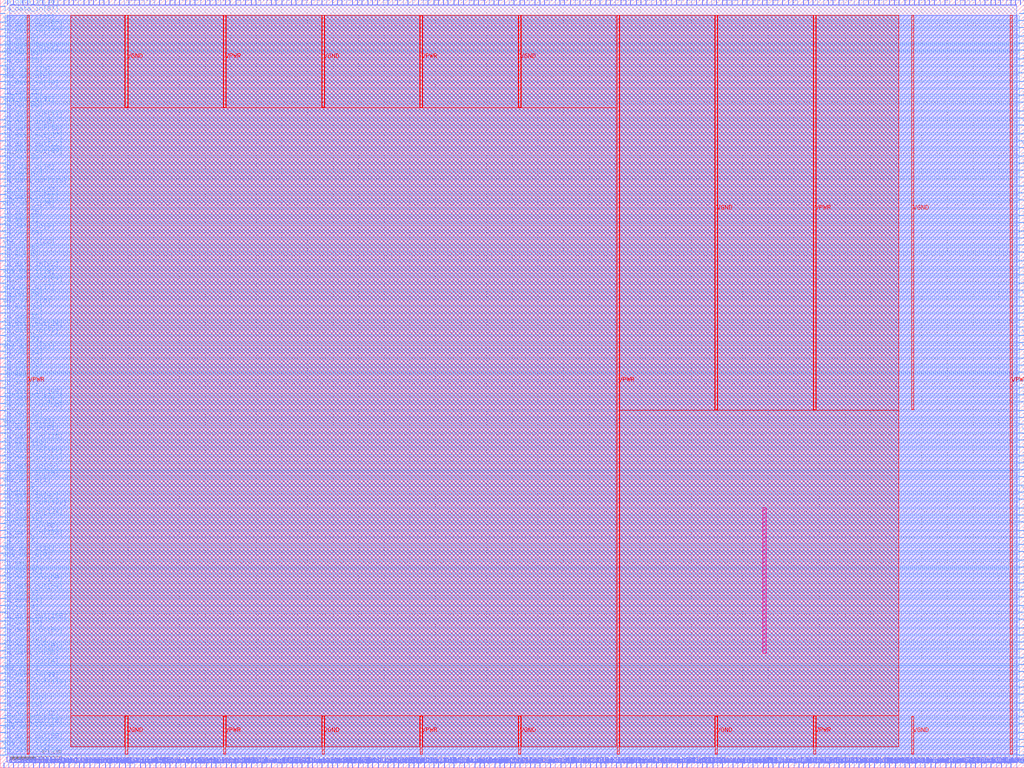
<source format=lef>
VERSION 5.7 ;
  NOWIREEXTENSIONATPIN ON ;
  DIVIDERCHAR "/" ;
  BUSBITCHARS "[]" ;
MACRO subservient_wrapped
  CLASS BLOCK ;
  FOREIGN subservient_wrapped ;
  ORIGIN 0.000 0.000 ;
  SIZE 800.000 BY 600.000 ;
  PIN io_in[0]
    DIRECTION INPUT ;
    USE SIGNAL ;
    PORT
      LAYER met2 ;
        RECT 144.530 596.000 144.810 600.000 ;
    END
  END io_in[0]
  PIN io_in[10]
    DIRECTION INPUT ;
    USE SIGNAL ;
    PORT
      LAYER met3 ;
        RECT 796.000 144.200 800.000 144.800 ;
    END
  END io_in[10]
  PIN io_in[11]
    DIRECTION INPUT ;
    USE SIGNAL ;
    PORT
      LAYER met2 ;
        RECT 631.210 596.000 631.490 600.000 ;
    END
  END io_in[11]
  PIN io_in[12]
    DIRECTION INPUT ;
    USE SIGNAL ;
    PORT
      LAYER met2 ;
        RECT 529.090 0.000 529.370 4.000 ;
    END
  END io_in[12]
  PIN io_in[13]
    DIRECTION INPUT ;
    USE SIGNAL ;
    PORT
      LAYER met3 ;
        RECT 0.000 401.240 4.000 401.840 ;
    END
  END io_in[13]
  PIN io_in[14]
    DIRECTION INPUT ;
    USE SIGNAL ;
    PORT
      LAYER met3 ;
        RECT 0.000 121.080 4.000 121.680 ;
    END
  END io_in[14]
  PIN io_in[15]
    DIRECTION INPUT ;
    USE SIGNAL ;
    PORT
      LAYER met2 ;
        RECT 184.090 596.000 184.370 600.000 ;
    END
  END io_in[15]
  PIN io_in[16]
    DIRECTION INPUT ;
    USE SIGNAL ;
    PORT
      LAYER met2 ;
        RECT 144.530 0.000 144.810 4.000 ;
    END
  END io_in[16]
  PIN io_in[17]
    DIRECTION INPUT ;
    USE SIGNAL ;
    PORT
      LAYER met2 ;
        RECT 504.250 596.000 504.530 600.000 ;
    END
  END io_in[17]
  PIN io_in[18]
    DIRECTION INPUT ;
    USE SIGNAL ;
    PORT
      LAYER met2 ;
        RECT 631.210 0.000 631.490 4.000 ;
    END
  END io_in[18]
  PIN io_in[19]
    DIRECTION INPUT ;
    USE SIGNAL ;
    PORT
      LAYER met2 ;
        RECT 393.850 596.000 394.130 600.000 ;
    END
  END io_in[19]
  PIN io_in[1]
    DIRECTION INPUT ;
    USE SIGNAL ;
    PORT
      LAYER met3 ;
        RECT 796.000 27.240 800.000 27.840 ;
    END
  END io_in[1]
  PIN io_in[20]
    DIRECTION INPUT ;
    USE SIGNAL ;
    PORT
      LAYER met2 ;
        RECT 49.770 0.000 50.050 4.000 ;
    END
  END io_in[20]
  PIN io_in[21]
    DIRECTION INPUT ;
    USE SIGNAL ;
    PORT
      LAYER met3 ;
        RECT 0.000 296.520 4.000 297.120 ;
    END
  END io_in[21]
  PIN io_in[22]
    DIRECTION INPUT ;
    USE SIGNAL ;
    PORT
      LAYER met2 ;
        RECT 132.570 0.000 132.850 4.000 ;
    END
  END io_in[22]
  PIN io_in[23]
    DIRECTION INPUT ;
    USE SIGNAL ;
    PORT
      LAYER met2 ;
        RECT 619.250 596.000 619.530 600.000 ;
    END
  END io_in[23]
  PIN io_in[24]
    DIRECTION INPUT ;
    USE SIGNAL ;
    PORT
      LAYER met2 ;
        RECT 687.330 0.000 687.610 4.000 ;
    END
  END io_in[24]
  PIN io_in[25]
    DIRECTION INPUT ;
    USE SIGNAL ;
    PORT
      LAYER met3 ;
        RECT 0.000 213.560 4.000 214.160 ;
    END
  END io_in[25]
  PIN io_in[26]
    DIRECTION INPUT ;
    USE SIGNAL ;
    PORT
      LAYER met2 ;
        RECT 77.370 0.000 77.650 4.000 ;
    END
  END io_in[26]
  PIN io_in[27]
    DIRECTION INPUT ;
    USE SIGNAL ;
    PORT
      LAYER met3 ;
        RECT 0.000 307.400 4.000 308.000 ;
    END
  END io_in[27]
  PIN io_in[28]
    DIRECTION INPUT ;
    USE SIGNAL ;
    PORT
      LAYER met3 ;
        RECT 796.000 443.400 800.000 444.000 ;
    END
  END io_in[28]
  PIN io_in[29]
    DIRECTION INPUT ;
    USE SIGNAL ;
    PORT
      LAYER met2 ;
        RECT 156.490 0.000 156.770 4.000 ;
    END
  END io_in[29]
  PIN io_in[2]
    DIRECTION INPUT ;
    USE SIGNAL ;
    PORT
      LAYER met2 ;
        RECT 81.050 596.000 81.330 600.000 ;
    END
  END io_in[2]
  PIN io_in[30]
    DIRECTION INPUT ;
    USE SIGNAL ;
    PORT
      LAYER met2 ;
        RECT 620.170 0.000 620.450 4.000 ;
    END
  END io_in[30]
  PIN io_in[31]
    DIRECTION INPUT ;
    USE SIGNAL ;
    PORT
      LAYER met2 ;
        RECT 389.250 596.000 389.530 600.000 ;
    END
  END io_in[31]
  PIN io_in[32]
    DIRECTION INPUT ;
    USE SIGNAL ;
    PORT
      LAYER met3 ;
        RECT 0.000 55.800 4.000 56.400 ;
    END
  END io_in[32]
  PIN io_in[33]
    DIRECTION INPUT ;
    USE SIGNAL ;
    PORT
      LAYER met2 ;
        RECT 421.450 596.000 421.730 600.000 ;
    END
  END io_in[33]
  PIN io_in[34]
    DIRECTION INPUT ;
    USE SIGNAL ;
    PORT
      LAYER met2 ;
        RECT 373.610 596.000 373.890 600.000 ;
    END
  END io_in[34]
  PIN io_in[35]
    DIRECTION INPUT ;
    USE SIGNAL ;
    PORT
      LAYER met2 ;
        RECT 326.690 0.000 326.970 4.000 ;
    END
  END io_in[35]
  PIN io_in[36]
    DIRECTION INPUT ;
    USE SIGNAL ;
    PORT
      LAYER met3 ;
        RECT 796.000 461.080 800.000 461.680 ;
    END
  END io_in[36]
  PIN io_in[37]
    DIRECTION INPUT ;
    USE SIGNAL ;
    PORT
      LAYER met2 ;
        RECT 761.850 596.000 762.130 600.000 ;
    END
  END io_in[37]
  PIN io_in[3]
    DIRECTION INPUT ;
    USE SIGNAL ;
    PORT
      LAYER met3 ;
        RECT 796.000 278.840 800.000 279.440 ;
    END
  END io_in[3]
  PIN io_in[4]
    DIRECTION INPUT ;
    USE SIGNAL ;
    PORT
      LAYER met2 ;
        RECT 263.210 0.000 263.490 4.000 ;
    END
  END io_in[4]
  PIN io_in[5]
    DIRECTION INPUT ;
    USE SIGNAL ;
    PORT
      LAYER met2 ;
        RECT 104.970 0.000 105.250 4.000 ;
    END
  END io_in[5]
  PIN io_in[6]
    DIRECTION INPUT ;
    USE SIGNAL ;
    PORT
      LAYER met2 ;
        RECT 796.810 596.000 797.090 600.000 ;
    END
  END io_in[6]
  PIN io_in[7]
    DIRECTION INPUT ;
    USE SIGNAL ;
    PORT
      LAYER met2 ;
        RECT 492.290 596.000 492.570 600.000 ;
    END
  END io_in[7]
  PIN io_in[8]
    DIRECTION INPUT ;
    USE SIGNAL ;
    PORT
      LAYER met2 ;
        RECT 168.450 596.000 168.730 600.000 ;
    END
  END io_in[8]
  PIN io_in[9]
    DIRECTION INPUT ;
    USE SIGNAL ;
    PORT
      LAYER met2 ;
        RECT 254.930 596.000 255.210 600.000 ;
    END
  END io_in[9]
  PIN io_oeb[0]
    DIRECTION OUTPUT TRISTATE ;
    USE SIGNAL ;
    PORT
      LAYER met3 ;
        RECT 796.000 273.400 800.000 274.000 ;
    END
  END io_oeb[0]
  PIN io_oeb[10]
    DIRECTION OUTPUT TRISTATE ;
    USE SIGNAL ;
    PORT
      LAYER met3 ;
        RECT 796.000 525.000 800.000 525.600 ;
    END
  END io_oeb[10]
  PIN io_oeb[11]
    DIRECTION OUTPUT TRISTATE ;
    USE SIGNAL ;
    PORT
      LAYER met3 ;
        RECT 796.000 191.800 800.000 192.400 ;
    END
  END io_oeb[11]
  PIN io_oeb[12]
    DIRECTION OUTPUT TRISTATE ;
    USE SIGNAL ;
    PORT
      LAYER met3 ;
        RECT 0.000 190.440 4.000 191.040 ;
    END
  END io_oeb[12]
  PIN io_oeb[13]
    DIRECTION OUTPUT TRISTATE ;
    USE SIGNAL ;
    PORT
      LAYER met2 ;
        RECT 263.210 596.000 263.490 600.000 ;
    END
  END io_oeb[13]
  PIN io_oeb[14]
    DIRECTION OUTPUT TRISTATE ;
    USE SIGNAL ;
    PORT
      LAYER met2 ;
        RECT 128.890 0.000 129.170 4.000 ;
    END
  END io_oeb[14]
  PIN io_oeb[15]
    DIRECTION OUTPUT TRISTATE ;
    USE SIGNAL ;
    PORT
      LAYER met2 ;
        RECT 746.210 0.000 746.490 4.000 ;
    END
  END io_oeb[15]
  PIN io_oeb[16]
    DIRECTION OUTPUT TRISTATE ;
    USE SIGNAL ;
    PORT
      LAYER met3 ;
        RECT 0.000 149.640 4.000 150.240 ;
    END
  END io_oeb[16]
  PIN io_oeb[17]
    DIRECTION OUTPUT TRISTATE ;
    USE SIGNAL ;
    PORT
      LAYER met3 ;
        RECT 796.000 179.560 800.000 180.160 ;
    END
  END io_oeb[17]
  PIN io_oeb[18]
    DIRECTION OUTPUT TRISTATE ;
    USE SIGNAL ;
    PORT
      LAYER met2 ;
        RECT 512.530 0.000 512.810 4.000 ;
    END
  END io_oeb[18]
  PIN io_oeb[19]
    DIRECTION OUTPUT TRISTATE ;
    USE SIGNAL ;
    PORT
      LAYER met2 ;
        RECT 97.610 0.000 97.890 4.000 ;
    END
  END io_oeb[19]
  PIN io_oeb[1]
    DIRECTION OUTPUT TRISTATE ;
    USE SIGNAL ;
    PORT
      LAYER met2 ;
        RECT 290.810 596.000 291.090 600.000 ;
    END
  END io_oeb[1]
  PIN io_oeb[20]
    DIRECTION OUTPUT TRISTATE ;
    USE SIGNAL ;
    PORT
      LAYER met3 ;
        RECT 796.000 512.760 800.000 513.360 ;
    END
  END io_oeb[20]
  PIN io_oeb[21]
    DIRECTION OUTPUT TRISTATE ;
    USE SIGNAL ;
    PORT
      LAYER met2 ;
        RECT 591.650 596.000 591.930 600.000 ;
    END
  END io_oeb[21]
  PIN io_oeb[22]
    DIRECTION OUTPUT TRISTATE ;
    USE SIGNAL ;
    PORT
      LAYER met3 ;
        RECT 796.000 174.120 800.000 174.720 ;
    END
  END io_oeb[22]
  PIN io_oeb[23]
    DIRECTION OUTPUT TRISTATE ;
    USE SIGNAL ;
    PORT
      LAYER met3 ;
        RECT 0.000 44.920 4.000 45.520 ;
    END
  END io_oeb[23]
  PIN io_oeb[24]
    DIRECTION OUTPUT TRISTATE ;
    USE SIGNAL ;
    PORT
      LAYER met3 ;
        RECT 0.000 319.640 4.000 320.240 ;
    END
  END io_oeb[24]
  PIN io_oeb[25]
    DIRECTION OUTPUT TRISTATE ;
    USE SIGNAL ;
    PORT
      LAYER met2 ;
        RECT 532.770 0.000 533.050 4.000 ;
    END
  END io_oeb[25]
  PIN io_oeb[26]
    DIRECTION OUTPUT TRISTATE ;
    USE SIGNAL ;
    PORT
      LAYER met2 ;
        RECT 426.050 0.000 426.330 4.000 ;
    END
  END io_oeb[26]
  PIN io_oeb[27]
    DIRECTION OUTPUT TRISTATE ;
    USE SIGNAL ;
    PORT
      LAYER met2 ;
        RECT 789.450 596.000 789.730 600.000 ;
    END
  END io_oeb[27]
  PIN io_oeb[28]
    DIRECTION OUTPUT TRISTATE ;
    USE SIGNAL ;
    PORT
      LAYER met2 ;
        RECT 717.690 596.000 717.970 600.000 ;
    END
  END io_oeb[28]
  PIN io_oeb[29]
    DIRECTION OUTPUT TRISTATE ;
    USE SIGNAL ;
    PORT
      LAYER met2 ;
        RECT 639.490 0.000 639.770 4.000 ;
    END
  END io_oeb[29]
  PIN io_oeb[2]
    DIRECTION OUTPUT TRISTATE ;
    USE SIGNAL ;
    PORT
      LAYER met2 ;
        RECT 476.650 596.000 476.930 600.000 ;
    END
  END io_oeb[2]
  PIN io_oeb[30]
    DIRECTION OUTPUT TRISTATE ;
    USE SIGNAL ;
    PORT
      LAYER met3 ;
        RECT 0.000 301.960 4.000 302.560 ;
    END
  END io_oeb[30]
  PIN io_oeb[31]
    DIRECTION OUTPUT TRISTATE ;
    USE SIGNAL ;
    PORT
      LAYER met2 ;
        RECT 386.490 0.000 386.770 4.000 ;
    END
  END io_oeb[31]
  PIN io_oeb[32]
    DIRECTION OUTPUT TRISTATE ;
    USE SIGNAL ;
    PORT
      LAYER met2 ;
        RECT 163.850 596.000 164.130 600.000 ;
    END
  END io_oeb[32]
  PIN io_oeb[33]
    DIRECTION OUTPUT TRISTATE ;
    USE SIGNAL ;
    PORT
      LAYER met2 ;
        RECT 104.970 596.000 105.250 600.000 ;
    END
  END io_oeb[33]
  PIN io_oeb[34]
    DIRECTION OUTPUT TRISTATE ;
    USE SIGNAL ;
    PORT
      LAYER met2 ;
        RECT 109.570 0.000 109.850 4.000 ;
    END
  END io_oeb[34]
  PIN io_oeb[35]
    DIRECTION OUTPUT TRISTATE ;
    USE SIGNAL ;
    PORT
      LAYER met3 ;
        RECT 0.000 348.200 4.000 348.800 ;
    END
  END io_oeb[35]
  PIN io_oeb[36]
    DIRECTION OUTPUT TRISTATE ;
    USE SIGNAL ;
    PORT
      LAYER met2 ;
        RECT 132.570 596.000 132.850 600.000 ;
    END
  END io_oeb[36]
  PIN io_oeb[37]
    DIRECTION OUTPUT TRISTATE ;
    USE SIGNAL ;
    PORT
      LAYER met3 ;
        RECT 796.000 301.960 800.000 302.560 ;
    END
  END io_oeb[37]
  PIN io_oeb[3]
    DIRECTION OUTPUT TRISTATE ;
    USE SIGNAL ;
    PORT
      LAYER met3 ;
        RECT 0.000 155.080 4.000 155.680 ;
    END
  END io_oeb[3]
  PIN io_oeb[4]
    DIRECTION OUTPUT TRISTATE ;
    USE SIGNAL ;
    PORT
      LAYER met2 ;
        RECT 749.890 596.000 750.170 600.000 ;
    END
  END io_oeb[4]
  PIN io_oeb[5]
    DIRECTION OUTPUT TRISTATE ;
    USE SIGNAL ;
    PORT
      LAYER met2 ;
        RECT 314.730 596.000 315.010 600.000 ;
    END
  END io_oeb[5]
  PIN io_oeb[6]
    DIRECTION OUTPUT TRISTATE ;
    USE SIGNAL ;
    PORT
      LAYER met2 ;
        RECT 781.170 596.000 781.450 600.000 ;
    END
  END io_oeb[6]
  PIN io_oeb[7]
    DIRECTION OUTPUT TRISTATE ;
    USE SIGNAL ;
    PORT
      LAYER met2 ;
        RECT 338.650 0.000 338.930 4.000 ;
    END
  END io_oeb[7]
  PIN io_oeb[8]
    DIRECTION OUTPUT TRISTATE ;
    USE SIGNAL ;
    PORT
      LAYER met2 ;
        RECT 655.130 596.000 655.410 600.000 ;
    END
  END io_oeb[8]
  PIN io_oeb[9]
    DIRECTION OUTPUT TRISTATE ;
    USE SIGNAL ;
    PORT
      LAYER met2 ;
        RECT 140.850 0.000 141.130 4.000 ;
    END
  END io_oeb[9]
  PIN io_out[0]
    DIRECTION OUTPUT TRISTATE ;
    USE SIGNAL ;
    PORT
      LAYER met2 ;
        RECT 275.170 596.000 275.450 600.000 ;
    END
  END io_out[0]
  PIN io_out[10]
    DIRECTION OUTPUT TRISTATE ;
    USE SIGNAL ;
    PORT
      LAYER met2 ;
        RECT 242.970 596.000 243.250 600.000 ;
    END
  END io_out[10]
  PIN io_out[11]
    DIRECTION OUTPUT TRISTATE ;
    USE SIGNAL ;
    PORT
      LAYER met2 ;
        RECT 176.730 0.000 177.010 4.000 ;
    END
  END io_out[11]
  PIN io_out[12]
    DIRECTION OUTPUT TRISTATE ;
    USE SIGNAL ;
    PORT
      LAYER met2 ;
        RECT 493.210 0.000 493.490 4.000 ;
    END
  END io_out[12]
  PIN io_out[13]
    DIRECTION OUTPUT TRISTATE ;
    USE SIGNAL ;
    PORT
      LAYER met2 ;
        RECT 517.130 0.000 517.410 4.000 ;
    END
  END io_out[13]
  PIN io_out[14]
    DIRECTION OUTPUT TRISTATE ;
    USE SIGNAL ;
    PORT
      LAYER met3 ;
        RECT 796.000 255.720 800.000 256.320 ;
    END
  END io_out[14]
  PIN io_out[15]
    DIRECTION OUTPUT TRISTATE ;
    USE SIGNAL ;
    PORT
      LAYER met3 ;
        RECT 796.000 542.680 800.000 543.280 ;
    END
  END io_out[15]
  PIN io_out[16]
    DIRECTION OUTPUT TRISTATE ;
    USE SIGNAL ;
    PORT
      LAYER met2 ;
        RECT 33.210 596.000 33.490 600.000 ;
    END
  END io_out[16]
  PIN io_out[17]
    DIRECTION OUTPUT TRISTATE ;
    USE SIGNAL ;
    PORT
      LAYER met2 ;
        RECT 10.210 0.000 10.490 4.000 ;
    END
  END io_out[17]
  PIN io_out[18]
    DIRECTION OUTPUT TRISTATE ;
    USE SIGNAL ;
    PORT
      LAYER met2 ;
        RECT 70.010 0.000 70.290 4.000 ;
    END
  END io_out[18]
  PIN io_out[19]
    DIRECTION OUTPUT TRISTATE ;
    USE SIGNAL ;
    PORT
      LAYER met2 ;
        RECT 519.890 596.000 520.170 600.000 ;
    END
  END io_out[19]
  PIN io_out[1]
    DIRECTION OUTPUT TRISTATE ;
    USE SIGNAL ;
    PORT
      LAYER met3 ;
        RECT 0.000 131.960 4.000 132.560 ;
    END
  END io_out[1]
  PIN io_out[20]
    DIRECTION OUTPUT TRISTATE ;
    USE SIGNAL ;
    PORT
      LAYER met2 ;
        RECT 398.450 0.000 398.730 4.000 ;
    END
  END io_out[20]
  PIN io_out[21]
    DIRECTION OUTPUT TRISTATE ;
    USE SIGNAL ;
    PORT
      LAYER met2 ;
        RECT 81.970 0.000 82.250 4.000 ;
    END
  END io_out[21]
  PIN io_out[22]
    DIRECTION OUTPUT TRISTATE ;
    USE SIGNAL ;
    PORT
      LAYER met2 ;
        RECT 168.450 0.000 168.730 4.000 ;
    END
  END io_out[22]
  PIN io_out[23]
    DIRECTION OUTPUT TRISTATE ;
    USE SIGNAL ;
    PORT
      LAYER met2 ;
        RECT 576.010 0.000 576.290 4.000 ;
    END
  END io_out[23]
  PIN io_out[24]
    DIRECTION OUTPUT TRISTATE ;
    USE SIGNAL ;
    PORT
      LAYER met3 ;
        RECT 796.000 319.640 800.000 320.240 ;
    END
  END io_out[24]
  PIN io_out[25]
    DIRECTION OUTPUT TRISTATE ;
    USE SIGNAL ;
    PORT
      LAYER met3 ;
        RECT 0.000 548.120 4.000 548.720 ;
    END
  END io_out[25]
  PIN io_out[26]
    DIRECTION OUTPUT TRISTATE ;
    USE SIGNAL ;
    PORT
      LAYER met2 ;
        RECT 137.170 0.000 137.450 4.000 ;
    END
  END io_out[26]
  PIN io_out[27]
    DIRECTION OUTPUT TRISTATE ;
    USE SIGNAL ;
    PORT
      LAYER met2 ;
        RECT 278.850 596.000 279.130 600.000 ;
    END
  END io_out[27]
  PIN io_out[28]
    DIRECTION OUTPUT TRISTATE ;
    USE SIGNAL ;
    PORT
      LAYER met2 ;
        RECT 152.810 0.000 153.090 4.000 ;
    END
  END io_out[28]
  PIN io_out[29]
    DIRECTION OUTPUT TRISTATE ;
    USE SIGNAL ;
    PORT
      LAYER met3 ;
        RECT 0.000 355.000 4.000 355.600 ;
    END
  END io_out[29]
  PIN io_out[2]
    DIRECTION OUTPUT TRISTATE ;
    USE SIGNAL ;
    PORT
      LAYER met3 ;
        RECT 796.000 571.240 800.000 571.840 ;
    END
  END io_out[2]
  PIN io_out[30]
    DIRECTION OUTPUT TRISTATE ;
    USE SIGNAL ;
    PORT
      LAYER met2 ;
        RECT 413.170 596.000 413.450 600.000 ;
    END
  END io_out[30]
  PIN io_out[31]
    DIRECTION OUTPUT TRISTATE ;
    USE SIGNAL ;
    PORT
      LAYER met2 ;
        RECT 785.770 0.000 786.050 4.000 ;
    END
  END io_out[31]
  PIN io_out[32]
    DIRECTION OUTPUT TRISTATE ;
    USE SIGNAL ;
    PORT
      LAYER met2 ;
        RECT 536.450 596.000 536.730 600.000 ;
    END
  END io_out[32]
  PIN io_out[33]
    DIRECTION OUTPUT TRISTATE ;
    USE SIGNAL ;
    PORT
      LAYER met2 ;
        RECT 385.570 596.000 385.850 600.000 ;
    END
  END io_out[33]
  PIN io_out[34]
    DIRECTION OUTPUT TRISTATE ;
    USE SIGNAL ;
    PORT
      LAYER met2 ;
        RECT 223.650 596.000 223.930 600.000 ;
    END
  END io_out[34]
  PIN io_out[35]
    DIRECTION OUTPUT TRISTATE ;
    USE SIGNAL ;
    PORT
      LAYER met3 ;
        RECT 796.000 21.800 800.000 22.400 ;
    END
  END io_out[35]
  PIN io_out[36]
    DIRECTION OUTPUT TRISTATE ;
    USE SIGNAL ;
    PORT
      LAYER met3 ;
        RECT 0.000 429.800 4.000 430.400 ;
    END
  END io_out[36]
  PIN io_out[37]
    DIRECTION OUTPUT TRISTATE ;
    USE SIGNAL ;
    PORT
      LAYER met3 ;
        RECT 796.000 560.360 800.000 560.960 ;
    END
  END io_out[37]
  PIN io_out[3]
    DIRECTION OUTPUT TRISTATE ;
    USE SIGNAL ;
    PORT
      LAYER met2 ;
        RECT 548.410 596.000 548.690 600.000 ;
    END
  END io_out[3]
  PIN io_out[4]
    DIRECTION OUTPUT TRISTATE ;
    USE SIGNAL ;
    PORT
      LAYER met3 ;
        RECT 796.000 115.640 800.000 116.240 ;
    END
  END io_out[4]
  PIN io_out[5]
    DIRECTION OUTPUT TRISTATE ;
    USE SIGNAL ;
    PORT
      LAYER met3 ;
        RECT 0.000 395.800 4.000 396.400 ;
    END
  END io_out[5]
  PIN io_out[6]
    DIRECTION OUTPUT TRISTATE ;
    USE SIGNAL ;
    PORT
      LAYER met2 ;
        RECT 670.770 596.000 671.050 600.000 ;
    END
  END io_out[6]
  PIN io_out[7]
    DIRECTION OUTPUT TRISTATE ;
    USE SIGNAL ;
    PORT
      LAYER met2 ;
        RECT 180.410 0.000 180.690 4.000 ;
    END
  END io_out[7]
  PIN io_out[8]
    DIRECTION OUTPUT TRISTATE ;
    USE SIGNAL ;
    PORT
      LAYER met2 ;
        RECT 393.850 0.000 394.130 4.000 ;
    END
  END io_out[8]
  PIN io_out[9]
    DIRECTION OUTPUT TRISTATE ;
    USE SIGNAL ;
    PORT
      LAYER met2 ;
        RECT 187.770 596.000 188.050 600.000 ;
    END
  END io_out[9]
  PIN la_data_in[0]
    DIRECTION INPUT ;
    USE SIGNAL ;
    PORT
      LAYER met2 ;
        RECT 342.330 0.000 342.610 4.000 ;
    END
  END la_data_in[0]
  PIN la_data_in[100]
    DIRECTION INPUT ;
    USE SIGNAL ;
    PORT
      LAYER met2 ;
        RECT 773.810 0.000 774.090 4.000 ;
    END
  END la_data_in[100]
  PIN la_data_in[101]
    DIRECTION INPUT ;
    USE SIGNAL ;
    PORT
      LAYER met2 ;
        RECT 699.290 0.000 699.570 4.000 ;
    END
  END la_data_in[101]
  PIN la_data_in[102]
    DIRECTION INPUT ;
    USE SIGNAL ;
    PORT
      LAYER met2 ;
        RECT 318.410 596.000 318.690 600.000 ;
    END
  END la_data_in[102]
  PIN la_data_in[103]
    DIRECTION INPUT ;
    USE SIGNAL ;
    PORT
      LAYER met2 ;
        RECT 706.650 596.000 706.930 600.000 ;
    END
  END la_data_in[103]
  PIN la_data_in[104]
    DIRECTION INPUT ;
    USE SIGNAL ;
    PORT
      LAYER met2 ;
        RECT 559.450 596.000 559.730 600.000 ;
    END
  END la_data_in[104]
  PIN la_data_in[105]
    DIRECTION INPUT ;
    USE SIGNAL ;
    PORT
      LAYER met2 ;
        RECT 552.090 0.000 552.370 4.000 ;
    END
  END la_data_in[105]
  PIN la_data_in[106]
    DIRECTION INPUT ;
    USE SIGNAL ;
    PORT
      LAYER met3 ;
        RECT 0.000 289.720 4.000 290.320 ;
    END
  END la_data_in[106]
  PIN la_data_in[107]
    DIRECTION INPUT ;
    USE SIGNAL ;
    PORT
      LAYER met3 ;
        RECT 796.000 68.040 800.000 68.640 ;
    END
  END la_data_in[107]
  PIN la_data_in[108]
    DIRECTION INPUT ;
    USE SIGNAL ;
    PORT
      LAYER met2 ;
        RECT 746.210 596.000 746.490 600.000 ;
    END
  END la_data_in[108]
  PIN la_data_in[109]
    DIRECTION INPUT ;
    USE SIGNAL ;
    PORT
      LAYER met3 ;
        RECT 0.000 243.480 4.000 244.080 ;
    END
  END la_data_in[109]
  PIN la_data_in[10]
    DIRECTION INPUT ;
    USE SIGNAL ;
    PORT
      LAYER met3 ;
        RECT 0.000 530.440 4.000 531.040 ;
    END
  END la_data_in[10]
  PIN la_data_in[110]
    DIRECTION INPUT ;
    USE SIGNAL ;
    PORT
      LAYER met2 ;
        RECT 13.890 0.000 14.170 4.000 ;
    END
  END la_data_in[110]
  PIN la_data_in[111]
    DIRECTION INPUT ;
    USE SIGNAL ;
    PORT
      LAYER met3 ;
        RECT 0.000 238.040 4.000 238.640 ;
    END
  END la_data_in[111]
  PIN la_data_in[112]
    DIRECTION INPUT ;
    USE SIGNAL ;
    PORT
      LAYER met2 ;
        RECT 587.970 0.000 588.250 4.000 ;
    END
  END la_data_in[112]
  PIN la_data_in[113]
    DIRECTION INPUT ;
    USE SIGNAL ;
    PORT
      LAYER met2 ;
        RECT 627.530 0.000 627.810 4.000 ;
    END
  END la_data_in[113]
  PIN la_data_in[114]
    DIRECTION INPUT ;
    USE SIGNAL ;
    PORT
      LAYER met2 ;
        RECT 326.690 596.000 326.970 600.000 ;
    END
  END la_data_in[114]
  PIN la_data_in[115]
    DIRECTION INPUT ;
    USE SIGNAL ;
    PORT
      LAYER met3 ;
        RECT 0.000 254.360 4.000 254.960 ;
    END
  END la_data_in[115]
  PIN la_data_in[116]
    DIRECTION INPUT ;
    USE SIGNAL ;
    PORT
      LAYER met2 ;
        RECT 113.250 0.000 113.530 4.000 ;
    END
  END la_data_in[116]
  PIN la_data_in[117]
    DIRECTION INPUT ;
    USE SIGNAL ;
    PORT
      LAYER met2 ;
        RECT 610.970 596.000 611.250 600.000 ;
    END
  END la_data_in[117]
  PIN la_data_in[118]
    DIRECTION INPUT ;
    USE SIGNAL ;
    PORT
      LAYER met2 ;
        RECT 453.650 0.000 453.930 4.000 ;
    END
  END la_data_in[118]
  PIN la_data_in[119]
    DIRECTION INPUT ;
    USE SIGNAL ;
    PORT
      LAYER met2 ;
        RECT 46.090 0.000 46.370 4.000 ;
    END
  END la_data_in[119]
  PIN la_data_in[11]
    DIRECTION INPUT ;
    USE SIGNAL ;
    PORT
      LAYER met2 ;
        RECT 108.650 596.000 108.930 600.000 ;
    END
  END la_data_in[11]
  PIN la_data_in[120]
    DIRECTION INPUT ;
    USE SIGNAL ;
    PORT
      LAYER met3 ;
        RECT 0.000 179.560 4.000 180.160 ;
    END
  END la_data_in[120]
  PIN la_data_in[121]
    DIRECTION INPUT ;
    USE SIGNAL ;
    PORT
      LAYER met2 ;
        RECT 5.610 596.000 5.890 600.000 ;
    END
  END la_data_in[121]
  PIN la_data_in[122]
    DIRECTION INPUT ;
    USE SIGNAL ;
    PORT
      LAYER met3 ;
        RECT 0.000 571.240 4.000 571.840 ;
    END
  END la_data_in[122]
  PIN la_data_in[123]
    DIRECTION INPUT ;
    USE SIGNAL ;
    PORT
      LAYER met3 ;
        RECT 796.000 161.880 800.000 162.480 ;
    END
  END la_data_in[123]
  PIN la_data_in[124]
    DIRECTION INPUT ;
    USE SIGNAL ;
    PORT
      LAYER met3 ;
        RECT 0.000 195.880 4.000 196.480 ;
    END
  END la_data_in[124]
  PIN la_data_in[125]
    DIRECTION INPUT ;
    USE SIGNAL ;
    PORT
      LAYER met2 ;
        RECT 679.050 0.000 679.330 4.000 ;
    END
  END la_data_in[125]
  PIN la_data_in[126]
    DIRECTION INPUT ;
    USE SIGNAL ;
    PORT
      LAYER met3 ;
        RECT 796.000 436.600 800.000 437.200 ;
    END
  END la_data_in[126]
  PIN la_data_in[127]
    DIRECTION INPUT ;
    USE SIGNAL ;
    PORT
      LAYER met2 ;
        RECT 128.890 596.000 129.170 600.000 ;
    END
  END la_data_in[127]
  PIN la_data_in[12]
    DIRECTION INPUT ;
    USE SIGNAL ;
    PORT
      LAYER met2 ;
        RECT 785.770 596.000 786.050 600.000 ;
    END
  END la_data_in[12]
  PIN la_data_in[13]
    DIRECTION INPUT ;
    USE SIGNAL ;
    PORT
      LAYER met2 ;
        RECT 184.090 0.000 184.370 4.000 ;
    END
  END la_data_in[13]
  PIN la_data_in[14]
    DIRECTION INPUT ;
    USE SIGNAL ;
    PORT
      LAYER met2 ;
        RECT 172.130 0.000 172.410 4.000 ;
    END
  END la_data_in[14]
  PIN la_data_in[15]
    DIRECTION INPUT ;
    USE SIGNAL ;
    PORT
      LAYER met2 ;
        RECT 369.930 596.000 370.210 600.000 ;
    END
  END la_data_in[15]
  PIN la_data_in[16]
    DIRECTION INPUT ;
    USE SIGNAL ;
    PORT
      LAYER met2 ;
        RECT 77.370 596.000 77.650 600.000 ;
    END
  END la_data_in[16]
  PIN la_data_in[17]
    DIRECTION INPUT ;
    USE SIGNAL ;
    PORT
      LAYER met2 ;
        RECT 53.450 0.000 53.730 4.000 ;
    END
  END la_data_in[17]
  PIN la_data_in[18]
    DIRECTION INPUT ;
    USE SIGNAL ;
    PORT
      LAYER met2 ;
        RECT 266.890 596.000 267.170 600.000 ;
    END
  END la_data_in[18]
  PIN la_data_in[19]
    DIRECTION INPUT ;
    USE SIGNAL ;
    PORT
      LAYER met2 ;
        RECT 643.170 0.000 643.450 4.000 ;
    END
  END la_data_in[19]
  PIN la_data_in[1]
    DIRECTION INPUT ;
    USE SIGNAL ;
    PORT
      LAYER met2 ;
        RECT 667.090 596.000 667.370 600.000 ;
    END
  END la_data_in[1]
  PIN la_data_in[20]
    DIRECTION INPUT ;
    USE SIGNAL ;
    PORT
      LAYER met3 ;
        RECT 796.000 16.360 800.000 16.960 ;
    END
  END la_data_in[20]
  PIN la_data_in[21]
    DIRECTION INPUT ;
    USE SIGNAL ;
    PORT
      LAYER met2 ;
        RECT 461.010 0.000 461.290 4.000 ;
    END
  END la_data_in[21]
  PIN la_data_in[22]
    DIRECTION INPUT ;
    USE SIGNAL ;
    PORT
      LAYER met2 ;
        RECT 61.730 0.000 62.010 4.000 ;
    END
  END la_data_in[22]
  PIN la_data_in[23]
    DIRECTION INPUT ;
    USE SIGNAL ;
    PORT
      LAYER met3 ;
        RECT 796.000 548.120 800.000 548.720 ;
    END
  END la_data_in[23]
  PIN la_data_in[24]
    DIRECTION INPUT ;
    USE SIGNAL ;
    PORT
      LAYER met3 ;
        RECT 796.000 238.040 800.000 238.640 ;
    END
  END la_data_in[24]
  PIN la_data_in[25]
    DIRECTION INPUT ;
    USE SIGNAL ;
    PORT
      LAYER met3 ;
        RECT 796.000 355.000 800.000 355.600 ;
    END
  END la_data_in[25]
  PIN la_data_in[26]
    DIRECTION INPUT ;
    USE SIGNAL ;
    PORT
      LAYER met2 ;
        RECT 334.050 596.000 334.330 600.000 ;
    END
  END la_data_in[26]
  PIN la_data_in[27]
    DIRECTION INPUT ;
    USE SIGNAL ;
    PORT
      LAYER met3 ;
        RECT 0.000 442.040 4.000 442.640 ;
    END
  END la_data_in[27]
  PIN la_data_in[28]
    DIRECTION INPUT ;
    USE SIGNAL ;
    PORT
      LAYER met3 ;
        RECT 796.000 9.560 800.000 10.160 ;
    END
  END la_data_in[28]
  PIN la_data_in[29]
    DIRECTION INPUT ;
    USE SIGNAL ;
    PORT
      LAYER met2 ;
        RECT 306.450 596.000 306.730 600.000 ;
    END
  END la_data_in[29]
  PIN la_data_in[2]
    DIRECTION INPUT ;
    USE SIGNAL ;
    PORT
      LAYER met3 ;
        RECT 0.000 500.520 4.000 501.120 ;
    END
  END la_data_in[2]
  PIN la_data_in[30]
    DIRECTION INPUT ;
    USE SIGNAL ;
    PORT
      LAYER met2 ;
        RECT 216.290 0.000 216.570 4.000 ;
    END
  END la_data_in[30]
  PIN la_data_in[31]
    DIRECTION INPUT ;
    USE SIGNAL ;
    PORT
      LAYER met3 ;
        RECT 796.000 565.800 800.000 566.400 ;
    END
  END la_data_in[31]
  PIN la_data_in[32]
    DIRECTION INPUT ;
    USE SIGNAL ;
    PORT
      LAYER met3 ;
        RECT 796.000 168.680 800.000 169.280 ;
    END
  END la_data_in[32]
  PIN la_data_in[33]
    DIRECTION INPUT ;
    USE SIGNAL ;
    PORT
      LAYER met3 ;
        RECT 0.000 68.040 4.000 68.640 ;
    END
  END la_data_in[33]
  PIN la_data_in[34]
    DIRECTION INPUT ;
    USE SIGNAL ;
    PORT
      LAYER met3 ;
        RECT 796.000 425.720 800.000 426.320 ;
    END
  END la_data_in[34]
  PIN la_data_in[35]
    DIRECTION INPUT ;
    USE SIGNAL ;
    PORT
      LAYER met2 ;
        RECT 579.690 596.000 579.970 600.000 ;
    END
  END la_data_in[35]
  PIN la_data_in[36]
    DIRECTION INPUT ;
    USE SIGNAL ;
    PORT
      LAYER met3 ;
        RECT 0.000 594.360 4.000 594.960 ;
    END
  END la_data_in[36]
  PIN la_data_in[37]
    DIRECTION INPUT ;
    USE SIGNAL ;
    PORT
      LAYER met2 ;
        RECT 69.090 596.000 69.370 600.000 ;
    END
  END la_data_in[37]
  PIN la_data_in[38]
    DIRECTION INPUT ;
    USE SIGNAL ;
    PORT
      LAYER met3 ;
        RECT 796.000 477.400 800.000 478.000 ;
    END
  END la_data_in[38]
  PIN la_data_in[39]
    DIRECTION INPUT ;
    USE SIGNAL ;
    PORT
      LAYER met3 ;
        RECT 796.000 390.360 800.000 390.960 ;
    END
  END la_data_in[39]
  PIN la_data_in[3]
    DIRECTION INPUT ;
    USE SIGNAL ;
    PORT
      LAYER met2 ;
        RECT 58.050 0.000 58.330 4.000 ;
    END
  END la_data_in[3]
  PIN la_data_in[40]
    DIRECTION INPUT ;
    USE SIGNAL ;
    PORT
      LAYER met2 ;
        RECT 13.890 596.000 14.170 600.000 ;
    END
  END la_data_in[40]
  PIN la_data_in[41]
    DIRECTION INPUT ;
    USE SIGNAL ;
    PORT
      LAYER met2 ;
        RECT 524.490 596.000 524.770 600.000 ;
    END
  END la_data_in[41]
  PIN la_data_in[42]
    DIRECTION INPUT ;
    USE SIGNAL ;
    PORT
      LAYER met3 ;
        RECT 0.000 38.120 4.000 38.720 ;
    END
  END la_data_in[42]
  PIN la_data_in[43]
    DIRECTION INPUT ;
    USE SIGNAL ;
    PORT
      LAYER met2 ;
        RECT 60.810 596.000 61.090 600.000 ;
    END
  END la_data_in[43]
  PIN la_data_in[44]
    DIRECTION INPUT ;
    USE SIGNAL ;
    PORT
      LAYER met2 ;
        RECT 789.450 0.000 789.730 4.000 ;
    END
  END la_data_in[44]
  PIN la_data_in[45]
    DIRECTION INPUT ;
    USE SIGNAL ;
    PORT
      LAYER met2 ;
        RECT 531.850 596.000 532.130 600.000 ;
    END
  END la_data_in[45]
  PIN la_data_in[46]
    DIRECTION INPUT ;
    USE SIGNAL ;
    PORT
      LAYER met2 ;
        RECT 100.370 596.000 100.650 600.000 ;
    END
  END la_data_in[46]
  PIN la_data_in[47]
    DIRECTION INPUT ;
    USE SIGNAL ;
    PORT
      LAYER met2 ;
        RECT 219.970 0.000 220.250 4.000 ;
    END
  END la_data_in[47]
  PIN la_data_in[48]
    DIRECTION INPUT ;
    USE SIGNAL ;
    PORT
      LAYER met2 ;
        RECT 560.370 0.000 560.650 4.000 ;
    END
  END la_data_in[48]
  PIN la_data_in[49]
    DIRECTION INPUT ;
    USE SIGNAL ;
    PORT
      LAYER met2 ;
        RECT 587.970 596.000 588.250 600.000 ;
    END
  END la_data_in[49]
  PIN la_data_in[4]
    DIRECTION INPUT ;
    USE SIGNAL ;
    PORT
      LAYER met2 ;
        RECT 2.850 0.000 3.130 4.000 ;
    END
  END la_data_in[4]
  PIN la_data_in[50]
    DIRECTION INPUT ;
    USE SIGNAL ;
    PORT
      LAYER met3 ;
        RECT 796.000 408.040 800.000 408.640 ;
    END
  END la_data_in[50]
  PIN la_data_in[51]
    DIRECTION INPUT ;
    USE SIGNAL ;
    PORT
      LAYER met3 ;
        RECT 0.000 261.160 4.000 261.760 ;
    END
  END la_data_in[51]
  PIN la_data_in[52]
    DIRECTION INPUT ;
    USE SIGNAL ;
    PORT
      LAYER met2 ;
        RECT 42.410 0.000 42.690 4.000 ;
    END
  END la_data_in[52]
  PIN la_data_in[53]
    DIRECTION INPUT ;
    USE SIGNAL ;
    PORT
      LAYER met3 ;
        RECT 796.000 227.160 800.000 227.760 ;
    END
  END la_data_in[53]
  PIN la_data_in[54]
    DIRECTION INPUT ;
    USE SIGNAL ;
    PORT
      LAYER met2 ;
        RECT 607.290 596.000 607.570 600.000 ;
    END
  END la_data_in[54]
  PIN la_data_in[55]
    DIRECTION INPUT ;
    USE SIGNAL ;
    PORT
      LAYER met2 ;
        RECT 753.570 596.000 753.850 600.000 ;
    END
  END la_data_in[55]
  PIN la_data_in[56]
    DIRECTION INPUT ;
    USE SIGNAL ;
    PORT
      LAYER met3 ;
        RECT 796.000 530.440 800.000 531.040 ;
    END
  END la_data_in[56]
  PIN la_data_in[57]
    DIRECTION INPUT ;
    USE SIGNAL ;
    PORT
      LAYER met3 ;
        RECT 796.000 553.560 800.000 554.160 ;
    END
  END la_data_in[57]
  PIN la_data_in[58]
    DIRECTION INPUT ;
    USE SIGNAL ;
    PORT
      LAYER met2 ;
        RECT 603.610 0.000 603.890 4.000 ;
    END
  END la_data_in[58]
  PIN la_data_in[59]
    DIRECTION INPUT ;
    USE SIGNAL ;
    PORT
      LAYER met2 ;
        RECT 667.090 0.000 667.370 4.000 ;
    END
  END la_data_in[59]
  PIN la_data_in[5]
    DIRECTION INPUT ;
    USE SIGNAL ;
    PORT
      LAYER met2 ;
        RECT 505.170 0.000 505.450 4.000 ;
    END
  END la_data_in[5]
  PIN la_data_in[60]
    DIRECTION INPUT ;
    USE SIGNAL ;
    PORT
      LAYER met3 ;
        RECT 0.000 231.240 4.000 231.840 ;
    END
  END la_data_in[60]
  PIN la_data_in[61]
    DIRECTION INPUT ;
    USE SIGNAL ;
    PORT
      LAYER met2 ;
        RECT 622.930 596.000 623.210 600.000 ;
    END
  END la_data_in[61]
  PIN la_data_in[62]
    DIRECTION INPUT ;
    USE SIGNAL ;
    PORT
      LAYER met2 ;
        RECT 714.930 0.000 715.210 4.000 ;
    END
  END la_data_in[62]
  PIN la_data_in[63]
    DIRECTION INPUT ;
    USE SIGNAL ;
    PORT
      LAYER met3 ;
        RECT 0.000 447.480 4.000 448.080 ;
    END
  END la_data_in[63]
  PIN la_data_in[64]
    DIRECTION INPUT ;
    USE SIGNAL ;
    PORT
      LAYER met2 ;
        RECT 603.610 596.000 603.890 600.000 ;
    END
  END la_data_in[64]
  PIN la_data_in[65]
    DIRECTION INPUT ;
    USE SIGNAL ;
    PORT
      LAYER met3 ;
        RECT 0.000 85.720 4.000 86.320 ;
    END
  END la_data_in[65]
  PIN la_data_in[66]
    DIRECTION INPUT ;
    USE SIGNAL ;
    PORT
      LAYER met2 ;
        RECT 449.970 0.000 450.250 4.000 ;
    END
  END la_data_in[66]
  PIN la_data_in[67]
    DIRECTION INPUT ;
    USE SIGNAL ;
    PORT
      LAYER met3 ;
        RECT 796.000 151.000 800.000 151.600 ;
    END
  END la_data_in[67]
  PIN la_data_in[68]
    DIRECTION INPUT ;
    USE SIGNAL ;
    PORT
      LAYER met2 ;
        RECT 72.770 596.000 73.050 600.000 ;
    END
  END la_data_in[68]
  PIN la_data_in[69]
    DIRECTION INPUT ;
    USE SIGNAL ;
    PORT
      LAYER met3 ;
        RECT 0.000 559.000 4.000 559.600 ;
    END
  END la_data_in[69]
  PIN la_data_in[6]
    DIRECTION INPUT ;
    USE SIGNAL ;
    PORT
      LAYER met3 ;
        RECT 796.000 583.480 800.000 584.080 ;
    END
  END la_data_in[6]
  PIN la_data_in[70]
    DIRECTION INPUT ;
    USE SIGNAL ;
    PORT
      LAYER met2 ;
        RECT 528.170 596.000 528.450 600.000 ;
    END
  END la_data_in[70]
  PIN la_data_in[71]
    DIRECTION INPUT ;
    USE SIGNAL ;
    PORT
      LAYER met2 ;
        RECT 564.050 0.000 564.330 4.000 ;
    END
  END la_data_in[71]
  PIN la_data_in[72]
    DIRECTION INPUT ;
    USE SIGNAL ;
    PORT
      LAYER met3 ;
        RECT 0.000 337.320 4.000 337.920 ;
    END
  END la_data_in[72]
  PIN la_data_in[73]
    DIRECTION INPUT ;
    USE SIGNAL ;
    PORT
      LAYER met2 ;
        RECT 151.890 596.000 152.170 600.000 ;
    END
  END la_data_in[73]
  PIN la_data_in[74]
    DIRECTION INPUT ;
    USE SIGNAL ;
    PORT
      LAYER met2 ;
        RECT 235.610 596.000 235.890 600.000 ;
    END
  END la_data_in[74]
  PIN la_data_in[75]
    DIRECTION INPUT ;
    USE SIGNAL ;
    PORT
      LAYER met2 ;
        RECT 271.490 0.000 271.770 4.000 ;
    END
  END la_data_in[75]
  PIN la_data_in[76]
    DIRECTION INPUT ;
    USE SIGNAL ;
    PORT
      LAYER met3 ;
        RECT 796.000 103.400 800.000 104.000 ;
    END
  END la_data_in[76]
  PIN la_data_in[77]
    DIRECTION INPUT ;
    USE SIGNAL ;
    PORT
      LAYER met2 ;
        RECT 742.530 0.000 742.810 4.000 ;
    END
  END la_data_in[77]
  PIN la_data_in[78]
    DIRECTION INPUT ;
    USE SIGNAL ;
    PORT
      LAYER met3 ;
        RECT 0.000 225.800 4.000 226.400 ;
    END
  END la_data_in[78]
  PIN la_data_in[79]
    DIRECTION INPUT ;
    USE SIGNAL ;
    PORT
      LAYER met2 ;
        RECT 623.850 0.000 624.130 4.000 ;
    END
  END la_data_in[79]
  PIN la_data_in[7]
    DIRECTION INPUT ;
    USE SIGNAL ;
    PORT
      LAYER met3 ;
        RECT 796.000 296.520 800.000 297.120 ;
    END
  END la_data_in[7]
  PIN la_data_in[80]
    DIRECTION INPUT ;
    USE SIGNAL ;
    PORT
      LAYER met2 ;
        RECT 556.690 0.000 556.970 4.000 ;
    END
  END la_data_in[80]
  PIN la_data_in[81]
    DIRECTION INPUT ;
    USE SIGNAL ;
    PORT
      LAYER met2 ;
        RECT 682.730 0.000 683.010 4.000 ;
    END
  END la_data_in[81]
  PIN la_data_in[82]
    DIRECTION INPUT ;
    USE SIGNAL ;
    PORT
      LAYER met3 ;
        RECT 796.000 535.880 800.000 536.480 ;
    END
  END la_data_in[82]
  PIN la_data_in[83]
    DIRECTION INPUT ;
    USE SIGNAL ;
    PORT
      LAYER met2 ;
        RECT 417.770 596.000 418.050 600.000 ;
    END
  END la_data_in[83]
  PIN la_data_in[84]
    DIRECTION INPUT ;
    USE SIGNAL ;
    PORT
      LAYER met2 ;
        RECT 34.130 0.000 34.410 4.000 ;
    END
  END la_data_in[84]
  PIN la_data_in[85]
    DIRECTION INPUT ;
    USE SIGNAL ;
    PORT
      LAYER met2 ;
        RECT 405.810 0.000 406.090 4.000 ;
    END
  END la_data_in[85]
  PIN la_data_in[86]
    DIRECTION INPUT ;
    USE SIGNAL ;
    PORT
      LAYER met2 ;
        RECT 37.810 596.000 38.090 600.000 ;
    END
  END la_data_in[86]
  PIN la_data_in[87]
    DIRECTION INPUT ;
    USE SIGNAL ;
    PORT
      LAYER met3 ;
        RECT 0.000 208.120 4.000 208.720 ;
    END
  END la_data_in[87]
  PIN la_data_in[88]
    DIRECTION INPUT ;
    USE SIGNAL ;
    PORT
      LAYER met2 ;
        RECT 548.410 0.000 548.690 4.000 ;
    END
  END la_data_in[88]
  PIN la_data_in[89]
    DIRECTION INPUT ;
    USE SIGNAL ;
    PORT
      LAYER met2 ;
        RECT 270.570 596.000 270.850 600.000 ;
    END
  END la_data_in[89]
  PIN la_data_in[8]
    DIRECTION INPUT ;
    USE SIGNAL ;
    PORT
      LAYER met2 ;
        RECT 659.730 0.000 660.010 4.000 ;
    END
  END la_data_in[8]
  PIN la_data_in[90]
    DIRECTION INPUT ;
    USE SIGNAL ;
    PORT
      LAYER met2 ;
        RECT 357.970 596.000 358.250 600.000 ;
    END
  END la_data_in[90]
  PIN la_data_in[91]
    DIRECTION INPUT ;
    USE SIGNAL ;
    PORT
      LAYER met2 ;
        RECT 686.410 596.000 686.690 600.000 ;
    END
  END la_data_in[91]
  PIN la_data_in[92]
    DIRECTION INPUT ;
    USE SIGNAL ;
    PORT
      LAYER met3 ;
        RECT 0.000 185.000 4.000 185.600 ;
    END
  END la_data_in[92]
  PIN la_data_in[93]
    DIRECTION INPUT ;
    USE SIGNAL ;
    PORT
      LAYER met3 ;
        RECT 0.000 389.000 4.000 389.600 ;
    END
  END la_data_in[93]
  PIN la_data_in[94]
    DIRECTION INPUT ;
    USE SIGNAL ;
    PORT
      LAYER met2 ;
        RECT 279.770 0.000 280.050 4.000 ;
    END
  END la_data_in[94]
  PIN la_data_in[95]
    DIRECTION INPUT ;
    USE SIGNAL ;
    PORT
      LAYER met2 ;
        RECT 231.010 596.000 231.290 600.000 ;
    END
  END la_data_in[95]
  PIN la_data_in[96]
    DIRECTION INPUT ;
    USE SIGNAL ;
    PORT
      LAYER met3 ;
        RECT 796.000 4.120 800.000 4.720 ;
    END
  END la_data_in[96]
  PIN la_data_in[97]
    DIRECTION INPUT ;
    USE SIGNAL ;
    PORT
      LAYER met3 ;
        RECT 0.000 588.920 4.000 589.520 ;
    END
  END la_data_in[97]
  PIN la_data_in[98]
    DIRECTION INPUT ;
    USE SIGNAL ;
    PORT
      LAYER met2 ;
        RECT 484.930 0.000 485.210 4.000 ;
    END
  END la_data_in[98]
  PIN la_data_in[99]
    DIRECTION INPUT ;
    USE SIGNAL ;
    PORT
      LAYER met3 ;
        RECT 796.000 314.200 800.000 314.800 ;
    END
  END la_data_in[99]
  PIN la_data_in[9]
    DIRECTION INPUT ;
    USE SIGNAL ;
    PORT
      LAYER met3 ;
        RECT 0.000 418.920 4.000 419.520 ;
    END
  END la_data_in[9]
  PIN la_data_out[0]
    DIRECTION OUTPUT TRISTATE ;
    USE SIGNAL ;
    PORT
      LAYER met2 ;
        RECT 334.970 0.000 335.250 4.000 ;
    END
  END la_data_out[0]
  PIN la_data_out[100]
    DIRECTION OUTPUT TRISTATE ;
    USE SIGNAL ;
    PORT
      LAYER met2 ;
        RECT 635.810 0.000 636.090 4.000 ;
    END
  END la_data_out[100]
  PIN la_data_out[101]
    DIRECTION OUTPUT TRISTATE ;
    USE SIGNAL ;
    PORT
      LAYER met2 ;
        RECT 706.650 0.000 706.930 4.000 ;
    END
  END la_data_out[101]
  PIN la_data_out[102]
    DIRECTION OUTPUT TRISTATE ;
    USE SIGNAL ;
    PORT
      LAYER met2 ;
        RECT 89.330 0.000 89.610 4.000 ;
    END
  END la_data_out[102]
  PIN la_data_out[103]
    DIRECTION OUTPUT TRISTATE ;
    USE SIGNAL ;
    PORT
      LAYER met2 ;
        RECT 37.810 0.000 38.090 4.000 ;
    END
  END la_data_out[103]
  PIN la_data_out[104]
    DIRECTION OUTPUT TRISTATE ;
    USE SIGNAL ;
    PORT
      LAYER met3 ;
        RECT 796.000 209.480 800.000 210.080 ;
    END
  END la_data_out[104]
  PIN la_data_out[105]
    DIRECTION OUTPUT TRISTATE ;
    USE SIGNAL ;
    PORT
      LAYER met3 ;
        RECT 0.000 114.280 4.000 114.880 ;
    END
  END la_data_out[105]
  PIN la_data_out[106]
    DIRECTION OUTPUT TRISTATE ;
    USE SIGNAL ;
    PORT
      LAYER met2 ;
        RECT 223.650 0.000 223.930 4.000 ;
    END
  END la_data_out[106]
  PIN la_data_out[107]
    DIRECTION OUTPUT TRISTATE ;
    USE SIGNAL ;
    PORT
      LAYER met2 ;
        RECT 41.490 596.000 41.770 600.000 ;
    END
  END la_data_out[107]
  PIN la_data_out[108]
    DIRECTION OUTPUT TRISTATE ;
    USE SIGNAL ;
    PORT
      LAYER met2 ;
        RECT 25.850 596.000 26.130 600.000 ;
    END
  END la_data_out[108]
  PIN la_data_out[109]
    DIRECTION OUTPUT TRISTATE ;
    USE SIGNAL ;
    PORT
      LAYER met2 ;
        RECT 10.210 596.000 10.490 600.000 ;
    END
  END la_data_out[109]
  PIN la_data_out[10]
    DIRECTION OUTPUT TRISTATE ;
    USE SIGNAL ;
    PORT
      LAYER met2 ;
        RECT 734.250 596.000 734.530 600.000 ;
    END
  END la_data_out[10]
  PIN la_data_out[110]
    DIRECTION OUTPUT TRISTATE ;
    USE SIGNAL ;
    PORT
      LAYER met2 ;
        RECT 362.570 0.000 362.850 4.000 ;
    END
  END la_data_out[110]
  PIN la_data_out[111]
    DIRECTION OUTPUT TRISTATE ;
    USE SIGNAL ;
    PORT
      LAYER met2 ;
        RECT 116.930 596.000 117.210 600.000 ;
    END
  END la_data_out[111]
  PIN la_data_out[112]
    DIRECTION OUTPUT TRISTATE ;
    USE SIGNAL ;
    PORT
      LAYER met2 ;
        RECT 421.450 0.000 421.730 4.000 ;
    END
  END la_data_out[112]
  PIN la_data_out[113]
    DIRECTION OUTPUT TRISTATE ;
    USE SIGNAL ;
    PORT
      LAYER met3 ;
        RECT 0.000 454.280 4.000 454.880 ;
    END
  END la_data_out[113]
  PIN la_data_out[114]
    DIRECTION OUTPUT TRISTATE ;
    USE SIGNAL ;
    PORT
      LAYER met2 ;
        RECT 702.050 596.000 702.330 600.000 ;
    END
  END la_data_out[114]
  PIN la_data_out[115]
    DIRECTION OUTPUT TRISTATE ;
    USE SIGNAL ;
    PORT
      LAYER met3 ;
        RECT 796.000 578.040 800.000 578.640 ;
    END
  END la_data_out[115]
  PIN la_data_out[116]
    DIRECTION OUTPUT TRISTATE ;
    USE SIGNAL ;
    PORT
      LAYER met2 ;
        RECT 481.250 0.000 481.530 4.000 ;
    END
  END la_data_out[116]
  PIN la_data_out[117]
    DIRECTION OUTPUT TRISTATE ;
    USE SIGNAL ;
    PORT
      LAYER met3 ;
        RECT 796.000 108.840 800.000 109.440 ;
    END
  END la_data_out[117]
  PIN la_data_out[118]
    DIRECTION OUTPUT TRISTATE ;
    USE SIGNAL ;
    PORT
      LAYER met3 ;
        RECT 796.000 202.680 800.000 203.280 ;
    END
  END la_data_out[118]
  PIN la_data_out[119]
    DIRECTION OUTPUT TRISTATE ;
    USE SIGNAL ;
    PORT
      LAYER met3 ;
        RECT 0.000 62.600 4.000 63.200 ;
    END
  END la_data_out[119]
  PIN la_data_out[11]
    DIRECTION OUTPUT TRISTATE ;
    USE SIGNAL ;
    PORT
      LAYER met3 ;
        RECT 0.000 505.960 4.000 506.560 ;
    END
  END la_data_out[11]
  PIN la_data_out[120]
    DIRECTION OUTPUT TRISTATE ;
    USE SIGNAL ;
    PORT
      LAYER met2 ;
        RECT 366.250 596.000 366.530 600.000 ;
    END
  END la_data_out[120]
  PIN la_data_out[121]
    DIRECTION OUTPUT TRISTATE ;
    USE SIGNAL ;
    PORT
      LAYER met2 ;
        RECT 199.730 596.000 200.010 600.000 ;
    END
  END la_data_out[121]
  PIN la_data_out[122]
    DIRECTION OUTPUT TRISTATE ;
    USE SIGNAL ;
    PORT
      LAYER met3 ;
        RECT 0.000 202.680 4.000 203.280 ;
    END
  END la_data_out[122]
  PIN la_data_out[123]
    DIRECTION OUTPUT TRISTATE ;
    USE SIGNAL ;
    PORT
      LAYER met2 ;
        RECT 228.250 0.000 228.530 4.000 ;
    END
  END la_data_out[123]
  PIN la_data_out[124]
    DIRECTION OUTPUT TRISTATE ;
    USE SIGNAL ;
    PORT
      LAYER met2 ;
        RECT 571.410 596.000 571.690 600.000 ;
    END
  END la_data_out[124]
  PIN la_data_out[125]
    DIRECTION OUTPUT TRISTATE ;
    USE SIGNAL ;
    PORT
      LAYER met2 ;
        RECT 794.050 0.000 794.330 4.000 ;
    END
  END la_data_out[125]
  PIN la_data_out[126]
    DIRECTION OUTPUT TRISTATE ;
    USE SIGNAL ;
    PORT
      LAYER met2 ;
        RECT 346.930 0.000 347.210 4.000 ;
    END
  END la_data_out[126]
  PIN la_data_out[127]
    DIRECTION OUTPUT TRISTATE ;
    USE SIGNAL ;
    PORT
      LAYER met2 ;
        RECT 591.650 0.000 591.930 4.000 ;
    END
  END la_data_out[127]
  PIN la_data_out[12]
    DIRECTION OUTPUT TRISTATE ;
    USE SIGNAL ;
    PORT
      LAYER met2 ;
        RECT 65.410 0.000 65.690 4.000 ;
    END
  END la_data_out[12]
  PIN la_data_out[13]
    DIRECTION OUTPUT TRISTATE ;
    USE SIGNAL ;
    PORT
      LAYER met2 ;
        RECT 496.890 596.000 497.170 600.000 ;
    END
  END la_data_out[13]
  PIN la_data_out[14]
    DIRECTION OUTPUT TRISTATE ;
    USE SIGNAL ;
    PORT
      LAYER met2 ;
        RECT 555.770 596.000 556.050 600.000 ;
    END
  END la_data_out[14]
  PIN la_data_out[15]
    DIRECTION OUTPUT TRISTATE ;
    USE SIGNAL ;
    PORT
      LAYER met2 ;
        RECT 275.170 0.000 275.450 4.000 ;
    END
  END la_data_out[15]
  PIN la_data_out[16]
    DIRECTION OUTPUT TRISTATE ;
    USE SIGNAL ;
    PORT
      LAYER met2 ;
        RECT 647.770 0.000 648.050 4.000 ;
    END
  END la_data_out[16]
  PIN la_data_out[17]
    DIRECTION OUTPUT TRISTATE ;
    USE SIGNAL ;
    PORT
      LAYER met2 ;
        RECT 287.130 596.000 287.410 600.000 ;
    END
  END la_data_out[17]
  PIN la_data_out[18]
    DIRECTION OUTPUT TRISTATE ;
    USE SIGNAL ;
    PORT
      LAYER met2 ;
        RECT 508.850 0.000 509.130 4.000 ;
    END
  END la_data_out[18]
  PIN la_data_out[19]
    DIRECTION OUTPUT TRISTATE ;
    USE SIGNAL ;
    PORT
      LAYER met3 ;
        RECT 796.000 418.920 800.000 419.520 ;
    END
  END la_data_out[19]
  PIN la_data_out[1]
    DIRECTION OUTPUT TRISTATE ;
    USE SIGNAL ;
    PORT
      LAYER met2 ;
        RECT 445.370 596.000 445.650 600.000 ;
    END
  END la_data_out[1]
  PIN la_data_out[20]
    DIRECTION OUTPUT TRISTATE ;
    USE SIGNAL ;
    PORT
      LAYER met3 ;
        RECT 796.000 489.640 800.000 490.240 ;
    END
  END la_data_out[20]
  PIN la_data_out[21]
    DIRECTION OUTPUT TRISTATE ;
    USE SIGNAL ;
    PORT
      LAYER met2 ;
        RECT 294.490 596.000 294.770 600.000 ;
    END
  END la_data_out[21]
  PIN la_data_out[22]
    DIRECTION OUTPUT TRISTATE ;
    USE SIGNAL ;
    PORT
      LAYER met3 ;
        RECT 0.000 482.840 4.000 483.440 ;
    END
  END la_data_out[22]
  PIN la_data_out[23]
    DIRECTION OUTPUT TRISTATE ;
    USE SIGNAL ;
    PORT
      LAYER met3 ;
        RECT 796.000 80.280 800.000 80.880 ;
    END
  END la_data_out[23]
  PIN la_data_out[24]
    DIRECTION OUTPUT TRISTATE ;
    USE SIGNAL ;
    PORT
      LAYER met3 ;
        RECT 0.000 342.760 4.000 343.360 ;
    END
  END la_data_out[24]
  PIN la_data_out[25]
    DIRECTION OUTPUT TRISTATE ;
    USE SIGNAL ;
    PORT
      LAYER met3 ;
        RECT 796.000 519.560 800.000 520.160 ;
    END
  END la_data_out[25]
  PIN la_data_out[26]
    DIRECTION OUTPUT TRISTATE ;
    USE SIGNAL ;
    PORT
      LAYER met3 ;
        RECT 796.000 285.640 800.000 286.240 ;
    END
  END la_data_out[26]
  PIN la_data_out[27]
    DIRECTION OUTPUT TRISTATE ;
    USE SIGNAL ;
    PORT
      LAYER met3 ;
        RECT 0.000 489.640 4.000 490.240 ;
    END
  END la_data_out[27]
  PIN la_data_out[28]
    DIRECTION OUTPUT TRISTATE ;
    USE SIGNAL ;
    PORT
      LAYER met3 ;
        RECT 796.000 138.760 800.000 139.360 ;
    END
  END la_data_out[28]
  PIN la_data_out[29]
    DIRECTION OUTPUT TRISTATE ;
    USE SIGNAL ;
    PORT
      LAYER met2 ;
        RECT 121.530 0.000 121.810 4.000 ;
    END
  END la_data_out[29]
  PIN la_data_out[2]
    DIRECTION OUTPUT TRISTATE ;
    USE SIGNAL ;
    PORT
      LAYER met3 ;
        RECT 796.000 133.320 800.000 133.920 ;
    END
  END la_data_out[2]
  PIN la_data_out[30]
    DIRECTION OUTPUT TRISTATE ;
    USE SIGNAL ;
    PORT
      LAYER met3 ;
        RECT 0.000 495.080 4.000 495.680 ;
    END
  END la_data_out[30]
  PIN la_data_out[31]
    DIRECTION OUTPUT TRISTATE ;
    USE SIGNAL ;
    PORT
      LAYER met3 ;
        RECT 0.000 9.560 4.000 10.160 ;
    END
  END la_data_out[31]
  PIN la_data_out[32]
    DIRECTION OUTPUT TRISTATE ;
    USE SIGNAL ;
    PORT
      LAYER met2 ;
        RECT 615.570 596.000 615.850 600.000 ;
    END
  END la_data_out[32]
  PIN la_data_out[33]
    DIRECTION OUTPUT TRISTATE ;
    USE SIGNAL ;
    PORT
      LAYER met2 ;
        RECT 694.690 0.000 694.970 4.000 ;
    END
  END la_data_out[33]
  PIN la_data_out[34]
    DIRECTION OUTPUT TRISTATE ;
    USE SIGNAL ;
    PORT
      LAYER met3 ;
        RECT 796.000 34.040 800.000 34.640 ;
    END
  END la_data_out[34]
  PIN la_data_out[35]
    DIRECTION OUTPUT TRISTATE ;
    USE SIGNAL ;
    PORT
      LAYER met2 ;
        RECT 761.850 0.000 762.130 4.000 ;
    END
  END la_data_out[35]
  PIN la_data_out[36]
    DIRECTION OUTPUT TRISTATE ;
    USE SIGNAL ;
    PORT
      LAYER met2 ;
        RECT 358.890 0.000 359.170 4.000 ;
    END
  END la_data_out[36]
  PIN la_data_out[37]
    DIRECTION OUTPUT TRISTATE ;
    USE SIGNAL ;
    PORT
      LAYER met3 ;
        RECT 796.000 378.120 800.000 378.720 ;
    END
  END la_data_out[37]
  PIN la_data_out[38]
    DIRECTION OUTPUT TRISTATE ;
    USE SIGNAL ;
    PORT
      LAYER met2 ;
        RECT 179.490 596.000 179.770 600.000 ;
    END
  END la_data_out[38]
  PIN la_data_out[39]
    DIRECTION OUTPUT TRISTATE ;
    USE SIGNAL ;
    PORT
      LAYER met2 ;
        RECT 96.690 596.000 96.970 600.000 ;
    END
  END la_data_out[39]
  PIN la_data_out[3]
    DIRECTION OUTPUT TRISTATE ;
    USE SIGNAL ;
    PORT
      LAYER met2 ;
        RECT 283.450 0.000 283.730 4.000 ;
    END
  END la_data_out[3]
  PIN la_data_out[40]
    DIRECTION OUTPUT TRISTATE ;
    USE SIGNAL ;
    PORT
      LAYER met2 ;
        RECT 638.570 596.000 638.850 600.000 ;
    END
  END la_data_out[40]
  PIN la_data_out[41]
    DIRECTION OUTPUT TRISTATE ;
    USE SIGNAL ;
    PORT
      LAYER met2 ;
        RECT 595.330 596.000 595.610 600.000 ;
    END
  END la_data_out[41]
  PIN la_data_out[42]
    DIRECTION OUTPUT TRISTATE ;
    USE SIGNAL ;
    PORT
      LAYER met3 ;
        RECT 796.000 291.080 800.000 291.680 ;
    END
  END la_data_out[42]
  PIN la_data_out[43]
    DIRECTION OUTPUT TRISTATE ;
    USE SIGNAL ;
    PORT
      LAYER met2 ;
        RECT 342.330 596.000 342.610 600.000 ;
    END
  END la_data_out[43]
  PIN la_data_out[44]
    DIRECTION OUTPUT TRISTATE ;
    USE SIGNAL ;
    PORT
      LAYER met2 ;
        RECT 231.930 0.000 232.210 4.000 ;
    END
  END la_data_out[44]
  PIN la_data_out[45]
    DIRECTION OUTPUT TRISTATE ;
    USE SIGNAL ;
    PORT
      LAYER met3 ;
        RECT 0.000 284.280 4.000 284.880 ;
    END
  END la_data_out[45]
  PIN la_data_out[46]
    DIRECTION OUTPUT TRISTATE ;
    USE SIGNAL ;
    PORT
      LAYER met2 ;
        RECT 449.050 596.000 449.330 600.000 ;
    END
  END la_data_out[46]
  PIN la_data_out[47]
    DIRECTION OUTPUT TRISTATE ;
    USE SIGNAL ;
    PORT
      LAYER met2 ;
        RECT 773.810 596.000 774.090 600.000 ;
    END
  END la_data_out[47]
  PIN la_data_out[48]
    DIRECTION OUTPUT TRISTATE ;
    USE SIGNAL ;
    PORT
      LAYER met2 ;
        RECT 208.010 596.000 208.290 600.000 ;
    END
  END la_data_out[48]
  PIN la_data_out[49]
    DIRECTION OUTPUT TRISTATE ;
    USE SIGNAL ;
    PORT
      LAYER met2 ;
        RECT 354.290 0.000 354.570 4.000 ;
    END
  END la_data_out[49]
  PIN la_data_out[4]
    DIRECTION OUTPUT TRISTATE ;
    USE SIGNAL ;
    PORT
      LAYER met3 ;
        RECT 0.000 78.920 4.000 79.520 ;
    END
  END la_data_out[4]
  PIN la_data_out[50]
    DIRECTION OUTPUT TRISTATE ;
    USE SIGNAL ;
    PORT
      LAYER met3 ;
        RECT 0.000 278.840 4.000 279.440 ;
    END
  END la_data_out[50]
  PIN la_data_out[51]
    DIRECTION OUTPUT TRISTATE ;
    USE SIGNAL ;
    PORT
      LAYER met2 ;
        RECT 53.450 596.000 53.730 600.000 ;
    END
  END la_data_out[51]
  PIN la_data_out[52]
    DIRECTION OUTPUT TRISTATE ;
    USE SIGNAL ;
    PORT
      LAYER met2 ;
        RECT 290.810 0.000 291.090 4.000 ;
    END
  END la_data_out[52]
  PIN la_data_out[53]
    DIRECTION OUTPUT TRISTATE ;
    USE SIGNAL ;
    PORT
      LAYER met3 ;
        RECT 796.000 471.960 800.000 472.560 ;
    END
  END la_data_out[53]
  PIN la_data_out[54]
    DIRECTION OUTPUT TRISTATE ;
    USE SIGNAL ;
    PORT
      LAYER met3 ;
        RECT 0.000 137.400 4.000 138.000 ;
    END
  END la_data_out[54]
  PIN la_data_out[55]
    DIRECTION OUTPUT TRISTATE ;
    USE SIGNAL ;
    PORT
      LAYER met2 ;
        RECT 674.450 596.000 674.730 600.000 ;
    END
  END la_data_out[55]
  PIN la_data_out[56]
    DIRECTION OUTPUT TRISTATE ;
    USE SIGNAL ;
    PORT
      LAYER met2 ;
        RECT 543.810 596.000 544.090 600.000 ;
    END
  END la_data_out[56]
  PIN la_data_out[57]
    DIRECTION OUTPUT TRISTATE ;
    USE SIGNAL ;
    PORT
      LAYER met3 ;
        RECT 796.000 92.520 800.000 93.120 ;
    END
  END la_data_out[57]
  PIN la_data_out[58]
    DIRECTION OUTPUT TRISTATE ;
    USE SIGNAL ;
    PORT
      LAYER met2 ;
        RECT 319.330 0.000 319.610 4.000 ;
    END
  END la_data_out[58]
  PIN la_data_out[59]
    DIRECTION OUTPUT TRISTATE ;
    USE SIGNAL ;
    PORT
      LAYER met3 ;
        RECT 0.000 144.200 4.000 144.800 ;
    END
  END la_data_out[59]
  PIN la_data_out[5]
    DIRECTION OUTPUT TRISTATE ;
    USE SIGNAL ;
    PORT
      LAYER met3 ;
        RECT 796.000 431.160 800.000 431.760 ;
    END
  END la_data_out[5]
  PIN la_data_out[60]
    DIRECTION OUTPUT TRISTATE ;
    USE SIGNAL ;
    PORT
      LAYER met2 ;
        RECT 655.130 0.000 655.410 4.000 ;
    END
  END la_data_out[60]
  PIN la_data_out[61]
    DIRECTION OUTPUT TRISTATE ;
    USE SIGNAL ;
    PORT
      LAYER met2 ;
        RECT 512.530 596.000 512.810 600.000 ;
    END
  END la_data_out[61]
  PIN la_data_out[62]
    DIRECTION OUTPUT TRISTATE ;
    USE SIGNAL ;
    PORT
      LAYER met3 ;
        RECT 796.000 220.360 800.000 220.960 ;
    END
  END la_data_out[62]
  PIN la_data_out[63]
    DIRECTION OUTPUT TRISTATE ;
    USE SIGNAL ;
    PORT
      LAYER met2 ;
        RECT 196.050 0.000 196.330 4.000 ;
    END
  END la_data_out[63]
  PIN la_data_out[64]
    DIRECTION OUTPUT TRISTATE ;
    USE SIGNAL ;
    PORT
      LAYER met2 ;
        RECT 627.530 596.000 627.810 600.000 ;
    END
  END la_data_out[64]
  PIN la_data_out[65]
    DIRECTION OUTPUT TRISTATE ;
    USE SIGNAL ;
    PORT
      LAYER met3 ;
        RECT 0.000 20.440 4.000 21.040 ;
    END
  END la_data_out[65]
  PIN la_data_out[66]
    DIRECTION OUTPUT TRISTATE ;
    USE SIGNAL ;
    PORT
      LAYER met2 ;
        RECT 465.610 0.000 465.890 4.000 ;
    END
  END la_data_out[66]
  PIN la_data_out[67]
    DIRECTION OUTPUT TRISTATE ;
    USE SIGNAL ;
    PORT
      LAYER met2 ;
        RECT 240.210 0.000 240.490 4.000 ;
    END
  END la_data_out[67]
  PIN la_data_out[68]
    DIRECTION OUTPUT TRISTATE ;
    USE SIGNAL ;
    PORT
      LAYER met2 ;
        RECT 477.570 0.000 477.850 4.000 ;
    END
  END la_data_out[68]
  PIN la_data_out[69]
    DIRECTION OUTPUT TRISTATE ;
    USE SIGNAL ;
    PORT
      LAYER met2 ;
        RECT 540.130 0.000 540.410 4.000 ;
    END
  END la_data_out[69]
  PIN la_data_out[6]
    DIRECTION OUTPUT TRISTATE ;
    USE SIGNAL ;
    PORT
      LAYER met2 ;
        RECT 433.410 596.000 433.690 600.000 ;
    END
  END la_data_out[6]
  PIN la_data_out[70]
    DIRECTION OUTPUT TRISTATE ;
    USE SIGNAL ;
    PORT
      LAYER met3 ;
        RECT 0.000 32.680 4.000 33.280 ;
    END
  END la_data_out[70]
  PIN la_data_out[71]
    DIRECTION OUTPUT TRISTATE ;
    USE SIGNAL ;
    PORT
      LAYER met3 ;
        RECT 796.000 232.600 800.000 233.200 ;
    END
  END la_data_out[71]
  PIN la_data_out[72]
    DIRECTION OUTPUT TRISTATE ;
    USE SIGNAL ;
    PORT
      LAYER met2 ;
        RECT 608.210 0.000 608.490 4.000 ;
    END
  END la_data_out[72]
  PIN la_data_out[73]
    DIRECTION OUTPUT TRISTATE ;
    USE SIGNAL ;
    PORT
      LAYER met2 ;
        RECT 718.610 0.000 718.890 4.000 ;
    END
  END la_data_out[73]
  PIN la_data_out[74]
    DIRECTION OUTPUT TRISTATE ;
    USE SIGNAL ;
    PORT
      LAYER met2 ;
        RECT 651.450 0.000 651.730 4.000 ;
    END
  END la_data_out[74]
  PIN la_data_out[75]
    DIRECTION OUTPUT TRISTATE ;
    USE SIGNAL ;
    PORT
      LAYER met2 ;
        RECT 330.370 596.000 330.650 600.000 ;
    END
  END la_data_out[75]
  PIN la_data_out[76]
    DIRECTION OUTPUT TRISTATE ;
    USE SIGNAL ;
    PORT
      LAYER met2 ;
        RECT 757.250 596.000 757.530 600.000 ;
    END
  END la_data_out[76]
  PIN la_data_out[77]
    DIRECTION OUTPUT TRISTATE ;
    USE SIGNAL ;
    PORT
      LAYER met2 ;
        RECT 295.410 0.000 295.690 4.000 ;
    END
  END la_data_out[77]
  PIN la_data_out[78]
    DIRECTION OUTPUT TRISTATE ;
    USE SIGNAL ;
    PORT
      LAYER met2 ;
        RECT 568.650 0.000 568.930 4.000 ;
    END
  END la_data_out[78]
  PIN la_data_out[79]
    DIRECTION OUTPUT TRISTATE ;
    USE SIGNAL ;
    PORT
      LAYER met2 ;
        RECT 30.450 0.000 30.730 4.000 ;
    END
  END la_data_out[79]
  PIN la_data_out[7]
    DIRECTION OUTPUT TRISTATE ;
    USE SIGNAL ;
    PORT
      LAYER met3 ;
        RECT 796.000 44.920 800.000 45.520 ;
    END
  END la_data_out[7]
  PIN la_data_out[80]
    DIRECTION OUTPUT TRISTATE ;
    USE SIGNAL ;
    PORT
      LAYER met3 ;
        RECT 0.000 103.400 4.000 104.000 ;
    END
  END la_data_out[80]
  PIN la_data_out[81]
    DIRECTION OUTPUT TRISTATE ;
    USE SIGNAL ;
    PORT
      LAYER met2 ;
        RECT 235.610 0.000 235.890 4.000 ;
    END
  END la_data_out[81]
  PIN la_data_out[82]
    DIRECTION OUTPUT TRISTATE ;
    USE SIGNAL ;
    PORT
      LAYER met2 ;
        RECT 438.010 0.000 438.290 4.000 ;
    END
  END la_data_out[82]
  PIN la_data_out[83]
    DIRECTION OUTPUT TRISTATE ;
    USE SIGNAL ;
    PORT
      LAYER met2 ;
        RECT 650.530 596.000 650.810 600.000 ;
    END
  END la_data_out[83]
  PIN la_data_out[84]
    DIRECTION OUTPUT TRISTATE ;
    USE SIGNAL ;
    PORT
      LAYER met3 ;
        RECT 0.000 378.120 4.000 378.720 ;
    END
  END la_data_out[84]
  PIN la_data_out[85]
    DIRECTION OUTPUT TRISTATE ;
    USE SIGNAL ;
    PORT
      LAYER met3 ;
        RECT 796.000 250.280 800.000 250.880 ;
    END
  END la_data_out[85]
  PIN la_data_out[86]
    DIRECTION OUTPUT TRISTATE ;
    USE SIGNAL ;
    PORT
      LAYER met2 ;
        RECT 445.370 0.000 445.650 4.000 ;
    END
  END la_data_out[86]
  PIN la_data_out[87]
    DIRECTION OUTPUT TRISTATE ;
    USE SIGNAL ;
    PORT
      LAYER met3 ;
        RECT 0.000 576.680 4.000 577.280 ;
    END
  END la_data_out[87]
  PIN la_data_out[88]
    DIRECTION OUTPUT TRISTATE ;
    USE SIGNAL ;
    PORT
      LAYER met2 ;
        RECT 496.890 0.000 497.170 4.000 ;
    END
  END la_data_out[88]
  PIN la_data_out[89]
    DIRECTION OUTPUT TRISTATE ;
    USE SIGNAL ;
    PORT
      LAYER met3 ;
        RECT 0.000 477.400 4.000 478.000 ;
    END
  END la_data_out[89]
  PIN la_data_out[8]
    DIRECTION OUTPUT TRISTATE ;
    USE SIGNAL ;
    PORT
      LAYER met2 ;
        RECT 65.410 596.000 65.690 600.000 ;
    END
  END la_data_out[8]
  PIN la_data_out[90]
    DIRECTION OUTPUT TRISTATE ;
    USE SIGNAL ;
    PORT
      LAYER met2 ;
        RECT 89.330 596.000 89.610 600.000 ;
    END
  END la_data_out[90]
  PIN la_data_out[91]
    DIRECTION OUTPUT TRISTATE ;
    USE SIGNAL ;
    PORT
      LAYER met3 ;
        RECT 0.000 91.160 4.000 91.760 ;
    END
  END la_data_out[91]
  PIN la_data_out[92]
    DIRECTION OUTPUT TRISTATE ;
    USE SIGNAL ;
    PORT
      LAYER met3 ;
        RECT 796.000 197.240 800.000 197.840 ;
    END
  END la_data_out[92]
  PIN la_data_out[93]
    DIRECTION OUTPUT TRISTATE ;
    USE SIGNAL ;
    PORT
      LAYER met2 ;
        RECT 346.010 596.000 346.290 600.000 ;
    END
  END la_data_out[93]
  PIN la_data_out[94]
    DIRECTION OUTPUT TRISTATE ;
    USE SIGNAL ;
    PORT
      LAYER met3 ;
        RECT 796.000 185.000 800.000 185.600 ;
    END
  END la_data_out[94]
  PIN la_data_out[95]
    DIRECTION OUTPUT TRISTATE ;
    USE SIGNAL ;
    PORT
      LAYER met2 ;
        RECT 663.410 0.000 663.690 4.000 ;
    END
  END la_data_out[95]
  PIN la_data_out[96]
    DIRECTION OUTPUT TRISTATE ;
    USE SIGNAL ;
    PORT
      LAYER met2 ;
        RECT 203.410 596.000 203.690 600.000 ;
    END
  END la_data_out[96]
  PIN la_data_out[97]
    DIRECTION OUTPUT TRISTATE ;
    USE SIGNAL ;
    PORT
      LAYER met2 ;
        RECT 22.170 0.000 22.450 4.000 ;
    END
  END la_data_out[97]
  PIN la_data_out[98]
    DIRECTION OUTPUT TRISTATE ;
    USE SIGNAL ;
    PORT
      LAYER met2 ;
        RECT 737.930 596.000 738.210 600.000 ;
    END
  END la_data_out[98]
  PIN la_data_out[99]
    DIRECTION OUTPUT TRISTATE ;
    USE SIGNAL ;
    PORT
      LAYER met2 ;
        RECT 714.010 596.000 714.290 600.000 ;
    END
  END la_data_out[99]
  PIN la_data_out[9]
    DIRECTION OUTPUT TRISTATE ;
    USE SIGNAL ;
    PORT
      LAYER met2 ;
        RECT 120.610 596.000 120.890 600.000 ;
    END
  END la_data_out[9]
  PIN la_oen[0]
    DIRECTION INPUT ;
    USE SIGNAL ;
    PORT
      LAYER met3 ;
        RECT 0.000 564.440 4.000 565.040 ;
    END
  END la_oen[0]
  PIN la_oen[100]
    DIRECTION INPUT ;
    USE SIGNAL ;
    PORT
      LAYER met3 ;
        RECT 796.000 413.480 800.000 414.080 ;
    END
  END la_oen[100]
  PIN la_oen[101]
    DIRECTION INPUT ;
    USE SIGNAL ;
    PORT
      LAYER met2 ;
        RECT 440.770 596.000 441.050 600.000 ;
    END
  END la_oen[101]
  PIN la_oen[102]
    DIRECTION INPUT ;
    USE SIGNAL ;
    PORT
      LAYER met2 ;
        RECT 247.570 0.000 247.850 4.000 ;
    END
  END la_oen[102]
  PIN la_oen[103]
    DIRECTION INPUT ;
    USE SIGNAL ;
    PORT
      LAYER met2 ;
        RECT 267.810 0.000 268.090 4.000 ;
    END
  END la_oen[103]
  PIN la_oen[104]
    DIRECTION INPUT ;
    USE SIGNAL ;
    PORT
      LAYER met3 ;
        RECT 796.000 267.960 800.000 268.560 ;
    END
  END la_oen[104]
  PIN la_oen[105]
    DIRECTION INPUT ;
    USE SIGNAL ;
    PORT
      LAYER met3 ;
        RECT 796.000 156.440 800.000 157.040 ;
    END
  END la_oen[105]
  PIN la_oen[106]
    DIRECTION INPUT ;
    USE SIGNAL ;
    PORT
      LAYER met2 ;
        RECT 25.850 0.000 26.130 4.000 ;
    END
  END la_oen[106]
  PIN la_oen[107]
    DIRECTION INPUT ;
    USE SIGNAL ;
    PORT
      LAYER met2 ;
        RECT 307.370 0.000 307.650 4.000 ;
    END
  END la_oen[107]
  PIN la_oen[108]
    DIRECTION INPUT ;
    USE SIGNAL ;
    PORT
      LAYER met3 ;
        RECT 796.000 448.840 800.000 449.440 ;
    END
  END la_oen[108]
  PIN la_oen[109]
    DIRECTION INPUT ;
    USE SIGNAL ;
    PORT
      LAYER met2 ;
        RECT 405.810 596.000 406.090 600.000 ;
    END
  END la_oen[109]
  PIN la_oen[10]
    DIRECTION INPUT ;
    USE SIGNAL ;
    PORT
      LAYER met3 ;
        RECT 796.000 331.880 800.000 332.480 ;
    END
  END la_oen[10]
  PIN la_oen[110]
    DIRECTION INPUT ;
    USE SIGNAL ;
    PORT
      LAYER met2 ;
        RECT 409.490 596.000 409.770 600.000 ;
    END
  END la_oen[110]
  PIN la_oen[111]
    DIRECTION INPUT ;
    USE SIGNAL ;
    PORT
      LAYER met2 ;
        RECT 583.370 596.000 583.650 600.000 ;
    END
  END la_oen[111]
  PIN la_oen[112]
    DIRECTION INPUT ;
    USE SIGNAL ;
    PORT
      LAYER met2 ;
        RECT 469.290 0.000 469.570 4.000 ;
    END
  END la_oen[112]
  PIN la_oen[113]
    DIRECTION INPUT ;
    USE SIGNAL ;
    PORT
      LAYER met2 ;
        RECT 323.010 0.000 323.290 4.000 ;
    END
  END la_oen[113]
  PIN la_oen[114]
    DIRECTION INPUT ;
    USE SIGNAL ;
    PORT
      LAYER met2 ;
        RECT 57.130 596.000 57.410 600.000 ;
    END
  END la_oen[114]
  PIN la_oen[115]
    DIRECTION INPUT ;
    USE SIGNAL ;
    PORT
      LAYER met3 ;
        RECT 0.000 50.360 4.000 50.960 ;
    END
  END la_oen[115]
  PIN la_oen[116]
    DIRECTION INPUT ;
    USE SIGNAL ;
    PORT
      LAYER met2 ;
        RECT 322.090 596.000 322.370 600.000 ;
    END
  END la_oen[116]
  PIN la_oen[117]
    DIRECTION INPUT ;
    USE SIGNAL ;
    PORT
      LAYER met2 ;
        RECT 472.970 596.000 473.250 600.000 ;
    END
  END la_oen[117]
  PIN la_oen[118]
    DIRECTION INPUT ;
    USE SIGNAL ;
    PORT
      LAYER met3 ;
        RECT 796.000 50.360 800.000 50.960 ;
    END
  END la_oen[118]
  PIN la_oen[119]
    DIRECTION INPUT ;
    USE SIGNAL ;
    PORT
      LAYER met3 ;
        RECT 0.000 248.920 4.000 249.520 ;
    END
  END la_oen[119]
  PIN la_oen[11]
    DIRECTION INPUT ;
    USE SIGNAL ;
    PORT
      LAYER met2 ;
        RECT 282.530 596.000 282.810 600.000 ;
    END
  END la_oen[11]
  PIN la_oen[120]
    DIRECTION INPUT ;
    USE SIGNAL ;
    PORT
      LAYER met2 ;
        RECT 564.050 596.000 564.330 600.000 ;
    END
  END la_oen[120]
  PIN la_oen[121]
    DIRECTION INPUT ;
    USE SIGNAL ;
    PORT
      LAYER met3 ;
        RECT 0.000 96.600 4.000 97.200 ;
    END
  END la_oen[121]
  PIN la_oen[122]
    DIRECTION INPUT ;
    USE SIGNAL ;
    PORT
      LAYER met2 ;
        RECT 726.890 0.000 727.170 4.000 ;
    END
  END la_oen[122]
  PIN la_oen[123]
    DIRECTION INPUT ;
    USE SIGNAL ;
    PORT
      LAYER met2 ;
        RECT 464.690 596.000 464.970 600.000 ;
    END
  END la_oen[123]
  PIN la_oen[124]
    DIRECTION INPUT ;
    USE SIGNAL ;
    PORT
      LAYER met2 ;
        RECT 675.370 0.000 675.650 4.000 ;
    END
  END la_oen[124]
  PIN la_oen[125]
    DIRECTION INPUT ;
    USE SIGNAL ;
    PORT
      LAYER met3 ;
        RECT 796.000 588.920 800.000 589.520 ;
    END
  END la_oen[125]
  PIN la_oen[126]
    DIRECTION INPUT ;
    USE SIGNAL ;
    PORT
      LAYER met2 ;
        RECT 766.450 0.000 766.730 4.000 ;
    END
  END la_oen[126]
  PIN la_oen[127]
    DIRECTION INPUT ;
    USE SIGNAL ;
    PORT
      LAYER met2 ;
        RECT 101.290 0.000 101.570 4.000 ;
    END
  END la_oen[127]
  PIN la_oen[12]
    DIRECTION INPUT ;
    USE SIGNAL ;
    PORT
      LAYER met3 ;
        RECT 0.000 272.040 4.000 272.640 ;
    END
  END la_oen[12]
  PIN la_oen[13]
    DIRECTION INPUT ;
    USE SIGNAL ;
    PORT
      LAYER met2 ;
        RECT 658.810 596.000 659.090 600.000 ;
    END
  END la_oen[13]
  PIN la_oen[14]
    DIRECTION INPUT ;
    USE SIGNAL ;
    PORT
      LAYER met2 ;
        RECT 579.690 0.000 579.970 4.000 ;
    END
  END la_oen[14]
  PIN la_oen[15]
    DIRECTION INPUT ;
    USE SIGNAL ;
    PORT
      LAYER met3 ;
        RECT 796.000 57.160 800.000 57.760 ;
    END
  END la_oen[15]
  PIN la_oen[16]
    DIRECTION INPUT ;
    USE SIGNAL ;
    PORT
      LAYER met3 ;
        RECT 796.000 85.720 800.000 86.320 ;
    END
  END la_oen[16]
  PIN la_oen[17]
    DIRECTION INPUT ;
    USE SIGNAL ;
    PORT
      LAYER met3 ;
        RECT 796.000 402.600 800.000 403.200 ;
    END
  END la_oen[17]
  PIN la_oen[18]
    DIRECTION INPUT ;
    USE SIGNAL ;
    PORT
      LAYER met2 ;
        RECT 500.570 596.000 500.850 600.000 ;
    END
  END la_oen[18]
  PIN la_oen[19]
    DIRECTION INPUT ;
    USE SIGNAL ;
    PORT
      LAYER met3 ;
        RECT 0.000 108.840 4.000 109.440 ;
    END
  END la_oen[19]
  PIN la_oen[1]
    DIRECTION INPUT ;
    USE SIGNAL ;
    PORT
      LAYER met3 ;
        RECT 0.000 424.360 4.000 424.960 ;
    END
  END la_oen[1]
  PIN la_oen[20]
    DIRECTION INPUT ;
    USE SIGNAL ;
    PORT
      LAYER met2 ;
        RECT 311.050 0.000 311.330 4.000 ;
    END
  END la_oen[20]
  PIN la_oen[21]
    DIRECTION INPUT ;
    USE SIGNAL ;
    PORT
      LAYER met3 ;
        RECT 796.000 243.480 800.000 244.080 ;
    END
  END la_oen[21]
  PIN la_oen[22]
    DIRECTION INPUT ;
    USE SIGNAL ;
    PORT
      LAYER met2 ;
        RECT 488.610 596.000 488.890 600.000 ;
    END
  END la_oen[22]
  PIN la_oen[23]
    DIRECTION INPUT ;
    USE SIGNAL ;
    PORT
      LAYER met2 ;
        RECT 782.090 0.000 782.370 4.000 ;
    END
  END la_oen[23]
  PIN la_oen[24]
    DIRECTION INPUT ;
    USE SIGNAL ;
    PORT
      LAYER met3 ;
        RECT 0.000 553.560 4.000 554.160 ;
    END
  END la_oen[24]
  PIN la_oen[25]
    DIRECTION INPUT ;
    USE SIGNAL ;
    PORT
      LAYER met3 ;
        RECT 796.000 372.680 800.000 373.280 ;
    END
  END la_oen[25]
  PIN la_oen[26]
    DIRECTION INPUT ;
    USE SIGNAL ;
    PORT
      LAYER met2 ;
        RECT 302.770 0.000 303.050 4.000 ;
    END
  END la_oen[26]
  PIN la_oen[27]
    DIRECTION INPUT ;
    USE SIGNAL ;
    PORT
      LAYER met2 ;
        RECT 200.650 0.000 200.930 4.000 ;
    END
  END la_oen[27]
  PIN la_oen[28]
    DIRECTION INPUT ;
    USE SIGNAL ;
    PORT
      LAYER met2 ;
        RECT 710.330 0.000 710.610 4.000 ;
    END
  END la_oen[28]
  PIN la_oen[29]
    DIRECTION INPUT ;
    USE SIGNAL ;
    PORT
      LAYER met2 ;
        RECT 366.250 0.000 366.530 4.000 ;
    END
  END la_oen[29]
  PIN la_oen[2]
    DIRECTION INPUT ;
    USE SIGNAL ;
    PORT
      LAYER met2 ;
        RECT 754.490 0.000 754.770 4.000 ;
    END
  END la_oen[2]
  PIN la_oen[30]
    DIRECTION INPUT ;
    USE SIGNAL ;
    PORT
      LAYER met2 ;
        RECT 370.850 0.000 371.130 4.000 ;
    END
  END la_oen[30]
  PIN la_oen[31]
    DIRECTION INPUT ;
    USE SIGNAL ;
    PORT
      LAYER met2 ;
        RECT 489.530 0.000 489.810 4.000 ;
    END
  END la_oen[31]
  PIN la_oen[32]
    DIRECTION INPUT ;
    USE SIGNAL ;
    PORT
      LAYER met2 ;
        RECT 6.530 0.000 6.810 4.000 ;
    END
  END la_oen[32]
  PIN la_oen[33]
    DIRECTION INPUT ;
    USE SIGNAL ;
    PORT
      LAYER met2 ;
        RECT 611.890 0.000 612.170 4.000 ;
    END
  END la_oen[33]
  PIN la_oen[34]
    DIRECTION INPUT ;
    USE SIGNAL ;
    PORT
      LAYER met2 ;
        RECT 691.010 0.000 691.290 4.000 ;
    END
  END la_oen[34]
  PIN la_oen[35]
    DIRECTION INPUT ;
    USE SIGNAL ;
    PORT
      LAYER met2 ;
        RECT 251.250 596.000 251.530 600.000 ;
    END
  END la_oen[35]
  PIN la_oen[36]
    DIRECTION INPUT ;
    USE SIGNAL ;
    PORT
      LAYER met2 ;
        RECT 196.050 596.000 196.330 600.000 ;
    END
  END la_oen[36]
  PIN la_oen[37]
    DIRECTION INPUT ;
    USE SIGNAL ;
    PORT
      LAYER met2 ;
        RECT 124.290 596.000 124.570 600.000 ;
    END
  END la_oen[37]
  PIN la_oen[38]
    DIRECTION INPUT ;
    USE SIGNAL ;
    PORT
      LAYER met3 ;
        RECT 0.000 523.640 4.000 524.240 ;
    END
  END la_oen[38]
  PIN la_oen[39]
    DIRECTION INPUT ;
    USE SIGNAL ;
    PORT
      LAYER met3 ;
        RECT 0.000 365.880 4.000 366.480 ;
    END
  END la_oen[39]
  PIN la_oen[3]
    DIRECTION INPUT ;
    USE SIGNAL ;
    PORT
      LAYER met3 ;
        RECT 796.000 384.920 800.000 385.520 ;
    END
  END la_oen[3]
  PIN la_oen[40]
    DIRECTION INPUT ;
    USE SIGNAL ;
    PORT
      LAYER met3 ;
        RECT 796.000 495.080 800.000 495.680 ;
    END
  END la_oen[40]
  PIN la_oen[41]
    DIRECTION INPUT ;
    USE SIGNAL ;
    PORT
      LAYER met2 ;
        RECT 698.370 596.000 698.650 600.000 ;
    END
  END la_oen[41]
  PIN la_oen[42]
    DIRECTION INPUT ;
    USE SIGNAL ;
    PORT
      LAYER met3 ;
        RECT 796.000 395.800 800.000 396.400 ;
    END
  END la_oen[42]
  PIN la_oen[43]
    DIRECTION INPUT ;
    USE SIGNAL ;
    PORT
      LAYER met2 ;
        RECT 84.730 596.000 85.010 600.000 ;
    END
  END la_oen[43]
  PIN la_oen[44]
    DIRECTION INPUT ;
    USE SIGNAL ;
    PORT
      LAYER met2 ;
        RECT 734.250 0.000 734.530 4.000 ;
    END
  END la_oen[44]
  PIN la_oen[45]
    DIRECTION INPUT ;
    USE SIGNAL ;
    PORT
      LAYER met2 ;
        RECT 678.130 596.000 678.410 600.000 ;
    END
  END la_oen[45]
  PIN la_oen[46]
    DIRECTION INPUT ;
    USE SIGNAL ;
    PORT
      LAYER met3 ;
        RECT 796.000 349.560 800.000 350.160 ;
    END
  END la_oen[46]
  PIN la_oen[47]
    DIRECTION INPUT ;
    USE SIGNAL ;
    PORT
      LAYER met3 ;
        RECT 796.000 97.960 800.000 98.560 ;
    END
  END la_oen[47]
  PIN la_oen[48]
    DIRECTION INPUT ;
    USE SIGNAL ;
    PORT
      LAYER met2 ;
        RECT 461.010 596.000 461.290 600.000 ;
    END
  END la_oen[48]
  PIN la_oen[49]
    DIRECTION INPUT ;
    USE SIGNAL ;
    PORT
      LAYER met2 ;
        RECT 508.850 596.000 509.130 600.000 ;
    END
  END la_oen[49]
  PIN la_oen[4]
    DIRECTION INPUT ;
    USE SIGNAL ;
    PORT
      LAYER met2 ;
        RECT 349.690 596.000 349.970 600.000 ;
    END
  END la_oen[4]
  PIN la_oen[50]
    DIRECTION INPUT ;
    USE SIGNAL ;
    PORT
      LAYER met2 ;
        RECT 662.490 596.000 662.770 600.000 ;
    END
  END la_oen[50]
  PIN la_oen[51]
    DIRECTION INPUT ;
    USE SIGNAL ;
    PORT
      LAYER met2 ;
        RECT 331.290 0.000 331.570 4.000 ;
    END
  END la_oen[51]
  PIN la_oen[52]
    DIRECTION INPUT ;
    USE SIGNAL ;
    PORT
      LAYER met3 ;
        RECT 796.000 308.760 800.000 309.360 ;
    END
  END la_oen[52]
  PIN la_oen[53]
    DIRECTION INPUT ;
    USE SIGNAL ;
    PORT
      LAYER met2 ;
        RECT 227.330 596.000 227.610 600.000 ;
    END
  END la_oen[53]
  PIN la_oen[54]
    DIRECTION INPUT ;
    USE SIGNAL ;
    PORT
      LAYER met2 ;
        RECT 765.530 596.000 765.810 600.000 ;
    END
  END la_oen[54]
  PIN la_oen[55]
    DIRECTION INPUT ;
    USE SIGNAL ;
    PORT
      LAYER met2 ;
        RECT 215.370 596.000 215.650 600.000 ;
    END
  END la_oen[55]
  PIN la_oen[56]
    DIRECTION INPUT ;
    USE SIGNAL ;
    PORT
      LAYER met2 ;
        RECT 599.010 596.000 599.290 600.000 ;
    END
  END la_oen[56]
  PIN la_oen[57]
    DIRECTION INPUT ;
    USE SIGNAL ;
    PORT
      LAYER met2 ;
        RECT 17.570 596.000 17.850 600.000 ;
    END
  END la_oen[57]
  PIN la_oen[58]
    DIRECTION INPUT ;
    USE SIGNAL ;
    PORT
      LAYER met3 ;
        RECT 0.000 312.840 4.000 313.440 ;
    END
  END la_oen[58]
  PIN la_oen[59]
    DIRECTION INPUT ;
    USE SIGNAL ;
    PORT
      LAYER met3 ;
        RECT 796.000 466.520 800.000 467.120 ;
    END
  END la_oen[59]
  PIN la_oen[5]
    DIRECTION INPUT ;
    USE SIGNAL ;
    PORT
      LAYER met2 ;
        RECT 239.290 596.000 239.570 600.000 ;
    END
  END la_oen[5]
  PIN la_oen[60]
    DIRECTION INPUT ;
    USE SIGNAL ;
    PORT
      LAYER met2 ;
        RECT 21.250 596.000 21.530 600.000 ;
    END
  END la_oen[60]
  PIN la_oen[61]
    DIRECTION INPUT ;
    USE SIGNAL ;
    PORT
      LAYER met2 ;
        RECT 428.810 596.000 429.090 600.000 ;
    END
  END la_oen[61]
  PIN la_oen[62]
    DIRECTION INPUT ;
    USE SIGNAL ;
    PORT
      LAYER met2 ;
        RECT 381.890 0.000 382.170 4.000 ;
    END
  END la_oen[62]
  PIN la_oen[63]
    DIRECTION INPUT ;
    USE SIGNAL ;
    PORT
      LAYER met3 ;
        RECT 796.000 126.520 800.000 127.120 ;
    END
  END la_oen[63]
  PIN la_oen[64]
    DIRECTION INPUT ;
    USE SIGNAL ;
    PORT
      LAYER met2 ;
        RECT 536.450 0.000 536.730 4.000 ;
    END
  END la_oen[64]
  PIN la_oen[65]
    DIRECTION INPUT ;
    USE SIGNAL ;
    PORT
      LAYER met2 ;
        RECT 164.770 0.000 165.050 4.000 ;
    END
  END la_oen[65]
  PIN la_oen[66]
    DIRECTION INPUT ;
    USE SIGNAL ;
    PORT
      LAYER met2 ;
        RECT 710.330 596.000 710.610 600.000 ;
    END
  END la_oen[66]
  PIN la_oen[67]
    DIRECTION INPUT ;
    USE SIGNAL ;
    PORT
      LAYER met3 ;
        RECT 0.000 459.720 4.000 460.320 ;
    END
  END la_oen[67]
  PIN la_oen[68]
    DIRECTION INPUT ;
    USE SIGNAL ;
    PORT
      LAYER met3 ;
        RECT 0.000 413.480 4.000 414.080 ;
    END
  END la_oen[68]
  PIN la_oen[69]
    DIRECTION INPUT ;
    USE SIGNAL ;
    PORT
      LAYER met3 ;
        RECT 796.000 507.320 800.000 507.920 ;
    END
  END la_oen[69]
  PIN la_oen[6]
    DIRECTION INPUT ;
    USE SIGNAL ;
    PORT
      LAYER met3 ;
        RECT 0.000 172.760 4.000 173.360 ;
    END
  END la_oen[6]
  PIN la_oen[70]
    DIRECTION INPUT ;
    USE SIGNAL ;
    PORT
      LAYER met2 ;
        RECT 29.530 596.000 29.810 600.000 ;
    END
  END la_oen[70]
  PIN la_oen[71]
    DIRECTION INPUT ;
    USE SIGNAL ;
    PORT
      LAYER met2 ;
        RECT 576.010 596.000 576.290 600.000 ;
    END
  END la_oen[71]
  PIN la_oen[72]
    DIRECTION INPUT ;
    USE SIGNAL ;
    PORT
      LAYER met2 ;
        RECT 690.090 596.000 690.370 600.000 ;
    END
  END la_oen[72]
  PIN la_oen[73]
    DIRECTION INPUT ;
    USE SIGNAL ;
    PORT
      LAYER met2 ;
        RECT 49.770 596.000 50.050 600.000 ;
    END
  END la_oen[73]
  PIN la_oen[74]
    DIRECTION INPUT ;
    USE SIGNAL ;
    PORT
      LAYER met3 ;
        RECT 796.000 62.600 800.000 63.200 ;
    END
  END la_oen[74]
  PIN la_oen[75]
    DIRECTION INPUT ;
    USE SIGNAL ;
    PORT
      LAYER met2 ;
        RECT 208.010 0.000 208.290 4.000 ;
    END
  END la_oen[75]
  PIN la_oen[76]
    DIRECTION INPUT ;
    USE SIGNAL ;
    PORT
      LAYER met2 ;
        RECT 299.090 0.000 299.370 4.000 ;
    END
  END la_oen[76]
  PIN la_oen[77]
    DIRECTION INPUT ;
    USE SIGNAL ;
    PORT
      LAYER met2 ;
        RECT 259.530 596.000 259.810 600.000 ;
    END
  END la_oen[77]
  PIN la_oen[78]
    DIRECTION INPUT ;
    USE SIGNAL ;
    PORT
      LAYER met2 ;
        RECT 457.330 596.000 457.610 600.000 ;
    END
  END la_oen[78]
  PIN la_oen[79]
    DIRECTION INPUT ;
    USE SIGNAL ;
    PORT
      LAYER met3 ;
        RECT 796.000 344.120 800.000 344.720 ;
    END
  END la_oen[79]
  PIN la_oen[7]
    DIRECTION INPUT ;
    USE SIGNAL ;
    PORT
      LAYER met2 ;
        RECT 211.690 596.000 211.970 600.000 ;
    END
  END la_oen[7]
  PIN la_oen[80]
    DIRECTION INPUT ;
    USE SIGNAL ;
    PORT
      LAYER met2 ;
        RECT 45.170 596.000 45.450 600.000 ;
    END
  END la_oen[80]
  PIN la_oen[81]
    DIRECTION INPUT ;
    USE SIGNAL ;
    PORT
      LAYER met2 ;
        RECT 136.250 596.000 136.530 600.000 ;
    END
  END la_oen[81]
  PIN la_oen[82]
    DIRECTION INPUT ;
    USE SIGNAL ;
    PORT
      LAYER met2 ;
        RECT 778.410 0.000 778.690 4.000 ;
    END
  END la_oen[82]
  PIN la_oen[83]
    DIRECTION INPUT ;
    USE SIGNAL ;
    PORT
      LAYER met2 ;
        RECT 516.210 596.000 516.490 600.000 ;
    END
  END la_oen[83]
  PIN la_oen[84]
    DIRECTION INPUT ;
    USE SIGNAL ;
    PORT
      LAYER met3 ;
        RECT 0.000 126.520 4.000 127.120 ;
    END
  END la_oen[84]
  PIN la_oen[85]
    DIRECTION INPUT ;
    USE SIGNAL ;
    PORT
      LAYER met3 ;
        RECT 796.000 74.840 800.000 75.440 ;
    END
  END la_oen[85]
  PIN la_oen[86]
    DIRECTION INPUT ;
    USE SIGNAL ;
    PORT
      LAYER met3 ;
        RECT 796.000 454.280 800.000 454.880 ;
    END
  END la_oen[86]
  PIN la_oen[87]
    DIRECTION INPUT ;
    USE SIGNAL ;
    PORT
      LAYER met2 ;
        RECT 769.210 596.000 769.490 600.000 ;
    END
  END la_oen[87]
  PIN la_oen[88]
    DIRECTION INPUT ;
    USE SIGNAL ;
    PORT
      LAYER met2 ;
        RECT 738.850 0.000 739.130 4.000 ;
    END
  END la_oen[88]
  PIN la_oen[89]
    DIRECTION INPUT ;
    USE SIGNAL ;
    PORT
      LAYER met3 ;
        RECT 0.000 512.760 4.000 513.360 ;
    END
  END la_oen[89]
  PIN la_oen[8]
    DIRECTION INPUT ;
    USE SIGNAL ;
    PORT
      LAYER met2 ;
        RECT 722.290 0.000 722.570 4.000 ;
    END
  END la_oen[8]
  PIN la_oen[90]
    DIRECTION INPUT ;
    USE SIGNAL ;
    PORT
      LAYER met2 ;
        RECT 378.210 596.000 378.490 600.000 ;
    END
  END la_oen[90]
  PIN la_oen[91]
    DIRECTION INPUT ;
    USE SIGNAL ;
    PORT
      LAYER met2 ;
        RECT 758.170 0.000 758.450 4.000 ;
    END
  END la_oen[91]
  PIN la_oen[92]
    DIRECTION INPUT ;
    USE SIGNAL ;
    PORT
      LAYER met2 ;
        RECT 149.130 0.000 149.410 4.000 ;
    END
  END la_oen[92]
  PIN la_oen[93]
    DIRECTION INPUT ;
    USE SIGNAL ;
    PORT
      LAYER met3 ;
        RECT 0.000 330.520 4.000 331.120 ;
    END
  END la_oen[93]
  PIN la_oen[94]
    DIRECTION INPUT ;
    USE SIGNAL ;
    PORT
      LAYER met2 ;
        RECT 643.170 596.000 643.450 600.000 ;
    END
  END la_oen[94]
  PIN la_oen[95]
    DIRECTION INPUT ;
    USE SIGNAL ;
    PORT
      LAYER met2 ;
        RECT 599.930 0.000 600.210 4.000 ;
    END
  END la_oen[95]
  PIN la_oen[96]
    DIRECTION INPUT ;
    USE SIGNAL ;
    PORT
      LAYER met2 ;
        RECT 552.090 596.000 552.370 600.000 ;
    END
  END la_oen[96]
  PIN la_oen[97]
    DIRECTION INPUT ;
    USE SIGNAL ;
    PORT
      LAYER met2 ;
        RECT 584.290 0.000 584.570 4.000 ;
    END
  END la_oen[97]
  PIN la_oen[98]
    DIRECTION INPUT ;
    USE SIGNAL ;
    PORT
      LAYER met2 ;
        RECT 702.970 0.000 703.250 4.000 ;
    END
  END la_oen[98]
  PIN la_oen[99]
    DIRECTION INPUT ;
    USE SIGNAL ;
    PORT
      LAYER met3 ;
        RECT 0.000 471.960 4.000 472.560 ;
    END
  END la_oen[99]
  PIN la_oen[9]
    DIRECTION INPUT ;
    USE SIGNAL ;
    PORT
      LAYER met2 ;
        RECT 472.970 0.000 473.250 4.000 ;
    END
  END la_oen[9]
  PIN wb_clk_i
    DIRECTION INPUT ;
    USE SIGNAL ;
    PORT
      LAYER met2 ;
        RECT 259.530 0.000 259.810 4.000 ;
    END
  END wb_clk_i
  PIN wb_rst_i
    DIRECTION INPUT ;
    USE SIGNAL ;
    PORT
      LAYER met2 ;
        RECT 93.010 596.000 93.290 600.000 ;
    END
  END wb_rst_i
  PIN wbs_ack_o
    DIRECTION OUTPUT TRISTATE ;
    USE SIGNAL ;
    PORT
      LAYER met2 ;
        RECT 381.890 596.000 382.170 600.000 ;
    END
  END wbs_ack_o
  PIN wbs_adr_i[0]
    DIRECTION INPUT ;
    USE SIGNAL ;
    PORT
      LAYER met3 ;
        RECT 0.000 360.440 4.000 361.040 ;
    END
  END wbs_adr_i[0]
  PIN wbs_adr_i[10]
    DIRECTION INPUT ;
    USE SIGNAL ;
    PORT
      LAYER met3 ;
        RECT 796.000 501.880 800.000 502.480 ;
    END
  END wbs_adr_i[10]
  PIN wbs_adr_i[11]
    DIRECTION INPUT ;
    USE SIGNAL ;
    PORT
      LAYER met2 ;
        RECT 402.130 0.000 402.410 4.000 ;
    END
  END wbs_adr_i[11]
  PIN wbs_adr_i[12]
    DIRECTION INPUT ;
    USE SIGNAL ;
    PORT
      LAYER met2 ;
        RECT 161.090 0.000 161.370 4.000 ;
    END
  END wbs_adr_i[12]
  PIN wbs_adr_i[13]
    DIRECTION INPUT ;
    USE SIGNAL ;
    PORT
      LAYER met2 ;
        RECT 429.730 0.000 430.010 4.000 ;
    END
  END wbs_adr_i[13]
  PIN wbs_adr_i[14]
    DIRECTION INPUT ;
    USE SIGNAL ;
    PORT
      LAYER met2 ;
        RECT 172.130 596.000 172.410 600.000 ;
    END
  END wbs_adr_i[14]
  PIN wbs_adr_i[15]
    DIRECTION INPUT ;
    USE SIGNAL ;
    PORT
      LAYER met2 ;
        RECT 112.330 596.000 112.610 600.000 ;
    END
  END wbs_adr_i[15]
  PIN wbs_adr_i[16]
    DIRECTION INPUT ;
    USE SIGNAL ;
    PORT
      LAYER met2 ;
        RECT 468.370 596.000 468.650 600.000 ;
    END
  END wbs_adr_i[16]
  PIN wbs_adr_i[17]
    DIRECTION INPUT ;
    USE SIGNAL ;
    PORT
      LAYER met2 ;
        RECT 148.210 596.000 148.490 600.000 ;
    END
  END wbs_adr_i[17]
  PIN wbs_adr_i[18]
    DIRECTION INPUT ;
    USE SIGNAL ;
    PORT
      LAYER met2 ;
        RECT 722.290 596.000 722.570 600.000 ;
    END
  END wbs_adr_i[18]
  PIN wbs_adr_i[19]
    DIRECTION INPUT ;
    USE SIGNAL ;
    PORT
      LAYER met2 ;
        RECT 567.730 596.000 568.010 600.000 ;
    END
  END wbs_adr_i[19]
  PIN wbs_adr_i[1]
    DIRECTION INPUT ;
    USE SIGNAL ;
    PORT
      LAYER met3 ;
        RECT 796.000 39.480 800.000 40.080 ;
    END
  END wbs_adr_i[1]
  PIN wbs_adr_i[20]
    DIRECTION INPUT ;
    USE SIGNAL ;
    PORT
      LAYER met2 ;
        RECT 243.890 0.000 244.170 4.000 ;
    END
  END wbs_adr_i[20]
  PIN wbs_adr_i[21]
    DIRECTION INPUT ;
    USE SIGNAL ;
    PORT
      LAYER met3 ;
        RECT 0.000 325.080 4.000 325.680 ;
    END
  END wbs_adr_i[21]
  PIN wbs_adr_i[22]
    DIRECTION INPUT ;
    USE SIGNAL ;
    PORT
      LAYER met3 ;
        RECT 0.000 406.680 4.000 407.280 ;
    END
  END wbs_adr_i[22]
  PIN wbs_adr_i[23]
    DIRECTION INPUT ;
    USE SIGNAL ;
    PORT
      LAYER met3 ;
        RECT 0.000 266.600 4.000 267.200 ;
    END
  END wbs_adr_i[23]
  PIN wbs_adr_i[24]
    DIRECTION INPUT ;
    USE SIGNAL ;
    PORT
      LAYER met2 ;
        RECT 437.090 596.000 437.370 600.000 ;
    END
  END wbs_adr_i[24]
  PIN wbs_adr_i[25]
    DIRECTION INPUT ;
    USE SIGNAL ;
    PORT
      LAYER met2 ;
        RECT 741.610 596.000 741.890 600.000 ;
    END
  END wbs_adr_i[25]
  PIN wbs_adr_i[26]
    DIRECTION INPUT ;
    USE SIGNAL ;
    PORT
      LAYER met3 ;
        RECT 0.000 436.600 4.000 437.200 ;
    END
  END wbs_adr_i[26]
  PIN wbs_adr_i[27]
    DIRECTION INPUT ;
    USE SIGNAL ;
    PORT
      LAYER met3 ;
        RECT 0.000 27.240 4.000 27.840 ;
    END
  END wbs_adr_i[27]
  PIN wbs_adr_i[28]
    DIRECTION INPUT ;
    USE SIGNAL ;
    PORT
      LAYER met2 ;
        RECT 730.570 0.000 730.850 4.000 ;
    END
  END wbs_adr_i[28]
  PIN wbs_adr_i[29]
    DIRECTION INPUT ;
    USE SIGNAL ;
    PORT
      LAYER met3 ;
        RECT 796.000 367.240 800.000 367.840 ;
    END
  END wbs_adr_i[29]
  PIN wbs_adr_i[2]
    DIRECTION INPUT ;
    USE SIGNAL ;
    PORT
      LAYER met2 ;
        RECT 425.130 596.000 425.410 600.000 ;
    END
  END wbs_adr_i[2]
  PIN wbs_adr_i[30]
    DIRECTION INPUT ;
    USE SIGNAL ;
    PORT
      LAYER met2 ;
        RECT 302.770 596.000 303.050 600.000 ;
    END
  END wbs_adr_i[30]
  PIN wbs_adr_i[31]
    DIRECTION INPUT ;
    USE SIGNAL ;
    PORT
      LAYER met3 ;
        RECT 796.000 360.440 800.000 361.040 ;
    END
  END wbs_adr_i[31]
  PIN wbs_adr_i[3]
    DIRECTION INPUT ;
    USE SIGNAL ;
    PORT
      LAYER met2 ;
        RECT 500.570 0.000 500.850 4.000 ;
    END
  END wbs_adr_i[3]
  PIN wbs_adr_i[4]
    DIRECTION INPUT ;
    USE SIGNAL ;
    PORT
      LAYER met2 ;
        RECT 204.330 0.000 204.610 4.000 ;
    END
  END wbs_adr_i[4]
  PIN wbs_adr_i[5]
    DIRECTION INPUT ;
    USE SIGNAL ;
    PORT
      LAYER met3 ;
        RECT 0.000 15.000 4.000 15.600 ;
    END
  END wbs_adr_i[5]
  PIN wbs_adr_i[6]
    DIRECTION INPUT ;
    USE SIGNAL ;
    PORT
      LAYER met2 ;
        RECT 251.250 0.000 251.530 4.000 ;
    END
  END wbs_adr_i[6]
  PIN wbs_adr_i[7]
    DIRECTION INPUT ;
    USE SIGNAL ;
    PORT
      LAYER met2 ;
        RECT 452.730 596.000 453.010 600.000 ;
    END
  END wbs_adr_i[7]
  PIN wbs_adr_i[8]
    DIRECTION INPUT ;
    USE SIGNAL ;
    PORT
      LAYER met2 ;
        RECT 572.330 0.000 572.610 4.000 ;
    END
  END wbs_adr_i[8]
  PIN wbs_adr_i[9]
    DIRECTION INPUT ;
    USE SIGNAL ;
    PORT
      LAYER met3 ;
        RECT 796.000 121.080 800.000 121.680 ;
    END
  END wbs_adr_i[9]
  PIN wbs_cyc_i
    DIRECTION INPUT ;
    USE SIGNAL ;
    PORT
      LAYER met3 ;
        RECT 0.000 73.480 4.000 74.080 ;
    END
  END wbs_cyc_i
  PIN wbs_dat_i[0]
    DIRECTION INPUT ;
    USE SIGNAL ;
    PORT
      LAYER met2 ;
        RECT 441.690 0.000 441.970 4.000 ;
    END
  END wbs_dat_i[0]
  PIN wbs_dat_i[10]
    DIRECTION INPUT ;
    USE SIGNAL ;
    PORT
      LAYER met2 ;
        RECT 401.210 596.000 401.490 600.000 ;
    END
  END wbs_dat_i[10]
  PIN wbs_dat_i[11]
    DIRECTION INPUT ;
    USE SIGNAL ;
    PORT
      LAYER met2 ;
        RECT 374.530 0.000 374.810 4.000 ;
    END
  END wbs_dat_i[11]
  PIN wbs_dat_i[12]
    DIRECTION INPUT ;
    USE SIGNAL ;
    PORT
      LAYER met2 ;
        RECT 433.410 0.000 433.690 4.000 ;
    END
  END wbs_dat_i[12]
  PIN wbs_dat_i[13]
    DIRECTION INPUT ;
    USE SIGNAL ;
    PORT
      LAYER met2 ;
        RECT 116.930 0.000 117.210 4.000 ;
    END
  END wbs_dat_i[13]
  PIN wbs_dat_i[14]
    DIRECTION INPUT ;
    USE SIGNAL ;
    PORT
      LAYER met3 ;
        RECT 0.000 167.320 4.000 167.920 ;
    END
  END wbs_dat_i[14]
  PIN wbs_dat_i[15]
    DIRECTION INPUT ;
    USE SIGNAL ;
    PORT
      LAYER met2 ;
        RECT 524.490 0.000 524.770 4.000 ;
    END
  END wbs_dat_i[15]
  PIN wbs_dat_i[16]
    DIRECTION INPUT ;
    USE SIGNAL ;
    PORT
      LAYER met2 ;
        RECT 191.450 596.000 191.730 600.000 ;
    END
  END wbs_dat_i[16]
  PIN wbs_dat_i[17]
    DIRECTION INPUT ;
    USE SIGNAL ;
    PORT
      LAYER met2 ;
        RECT 314.730 0.000 315.010 4.000 ;
    END
  END wbs_dat_i[17]
  PIN wbs_dat_i[18]
    DIRECTION INPUT ;
    USE SIGNAL ;
    PORT
      LAYER met3 ;
        RECT 0.000 383.560 4.000 384.160 ;
    END
  END wbs_dat_i[18]
  PIN wbs_dat_i[19]
    DIRECTION INPUT ;
    USE SIGNAL ;
    PORT
      LAYER met2 ;
        RECT 729.650 596.000 729.930 600.000 ;
    END
  END wbs_dat_i[19]
  PIN wbs_dat_i[1]
    DIRECTION INPUT ;
    USE SIGNAL ;
    PORT
      LAYER met2 ;
        RECT 378.210 0.000 378.490 4.000 ;
    END
  END wbs_dat_i[1]
  PIN wbs_dat_i[20]
    DIRECTION INPUT ;
    USE SIGNAL ;
    PORT
      LAYER met2 ;
        RECT 725.970 596.000 726.250 600.000 ;
    END
  END wbs_dat_i[20]
  PIN wbs_dat_i[21]
    DIRECTION INPUT ;
    USE SIGNAL ;
    PORT
      LAYER met2 ;
        RECT 793.130 596.000 793.410 600.000 ;
    END
  END wbs_dat_i[21]
  PIN wbs_dat_i[22]
    DIRECTION INPUT ;
    USE SIGNAL ;
    PORT
      LAYER met2 ;
        RECT 646.850 596.000 647.130 600.000 ;
    END
  END wbs_dat_i[22]
  PIN wbs_dat_i[23]
    DIRECTION INPUT ;
    USE SIGNAL ;
    PORT
      LAYER met2 ;
        RECT 255.850 0.000 256.130 4.000 ;
    END
  END wbs_dat_i[23]
  PIN wbs_dat_i[24]
    DIRECTION INPUT ;
    USE SIGNAL ;
    PORT
      LAYER met2 ;
        RECT 175.810 596.000 176.090 600.000 ;
    END
  END wbs_dat_i[24]
  PIN wbs_dat_i[25]
    DIRECTION INPUT ;
    USE SIGNAL ;
    PORT
      LAYER met3 ;
        RECT 0.000 582.120 4.000 582.720 ;
    END
  END wbs_dat_i[25]
  PIN wbs_dat_i[26]
    DIRECTION INPUT ;
    USE SIGNAL ;
    PORT
      LAYER met2 ;
        RECT 480.330 596.000 480.610 600.000 ;
    END
  END wbs_dat_i[26]
  PIN wbs_dat_i[27]
    DIRECTION INPUT ;
    USE SIGNAL ;
    PORT
      LAYER met3 ;
        RECT 796.000 326.440 800.000 327.040 ;
    END
  END wbs_dat_i[27]
  PIN wbs_dat_i[28]
    DIRECTION INPUT ;
    USE SIGNAL ;
    PORT
      LAYER met3 ;
        RECT 796.000 337.320 800.000 337.920 ;
    END
  END wbs_dat_i[28]
  PIN wbs_dat_i[29]
    DIRECTION INPUT ;
    USE SIGNAL ;
    PORT
      LAYER met2 ;
        RECT 156.490 596.000 156.770 600.000 ;
    END
  END wbs_dat_i[29]
  PIN wbs_dat_i[2]
    DIRECTION INPUT ;
    USE SIGNAL ;
    PORT
      LAYER met2 ;
        RECT 211.690 0.000 211.970 4.000 ;
    END
  END wbs_dat_i[2]
  PIN wbs_dat_i[30]
    DIRECTION INPUT ;
    USE SIGNAL ;
    PORT
      LAYER met2 ;
        RECT 749.890 0.000 750.170 4.000 ;
    END
  END wbs_dat_i[30]
  PIN wbs_dat_i[31]
    DIRECTION INPUT ;
    USE SIGNAL ;
    PORT
      LAYER met2 ;
        RECT 770.130 0.000 770.410 4.000 ;
    END
  END wbs_dat_i[31]
  PIN wbs_dat_i[3]
    DIRECTION INPUT ;
    USE SIGNAL ;
    PORT
      LAYER met2 ;
        RECT 544.730 0.000 545.010 4.000 ;
    END
  END wbs_dat_i[3]
  PIN wbs_dat_i[4]
    DIRECTION INPUT ;
    USE SIGNAL ;
    PORT
      LAYER met2 ;
        RECT 85.650 0.000 85.930 4.000 ;
    END
  END wbs_dat_i[4]
  PIN wbs_dat_i[5]
    DIRECTION INPUT ;
    USE SIGNAL ;
    PORT
      LAYER met3 ;
        RECT 796.000 261.160 800.000 261.760 ;
    END
  END wbs_dat_i[5]
  PIN wbs_dat_i[6]
    DIRECTION INPUT ;
    USE SIGNAL ;
    PORT
      LAYER met2 ;
        RECT 410.410 0.000 410.690 4.000 ;
    END
  END wbs_dat_i[6]
  PIN wbs_dat_i[7]
    DIRECTION INPUT ;
    USE SIGNAL ;
    PORT
      LAYER met2 ;
        RECT 287.130 0.000 287.410 4.000 ;
    END
  END wbs_dat_i[7]
  PIN wbs_dat_i[8]
    DIRECTION INPUT ;
    USE SIGNAL ;
    PORT
      LAYER met2 ;
        RECT 414.090 0.000 414.370 4.000 ;
    END
  END wbs_dat_i[8]
  PIN wbs_dat_i[9]
    DIRECTION INPUT ;
    USE SIGNAL ;
    PORT
      LAYER met3 ;
        RECT 0.000 541.320 4.000 541.920 ;
    END
  END wbs_dat_i[9]
  PIN wbs_dat_o[0]
    DIRECTION OUTPUT TRISTATE ;
    USE SIGNAL ;
    PORT
      LAYER met2 ;
        RECT 596.250 0.000 596.530 4.000 ;
    END
  END wbs_dat_o[0]
  PIN wbs_dat_o[10]
    DIRECTION OUTPUT TRISTATE ;
    USE SIGNAL ;
    PORT
      LAYER met2 ;
        RECT 484.930 596.000 485.210 600.000 ;
    END
  END wbs_dat_o[10]
  PIN wbs_dat_o[11]
    DIRECTION OUTPUT TRISTATE ;
    USE SIGNAL ;
    PORT
      LAYER met2 ;
        RECT 188.690 0.000 188.970 4.000 ;
    END
  END wbs_dat_o[11]
  PIN wbs_dat_o[12]
    DIRECTION OUTPUT TRISTATE ;
    USE SIGNAL ;
    PORT
      LAYER met2 ;
        RECT 361.650 596.000 361.930 600.000 ;
    END
  END wbs_dat_o[12]
  PIN wbs_dat_o[13]
    DIRECTION OUTPUT TRISTATE ;
    USE SIGNAL ;
    PORT
      LAYER met2 ;
        RECT 682.730 596.000 683.010 600.000 ;
    END
  END wbs_dat_o[13]
  PIN wbs_dat_o[14]
    DIRECTION OUTPUT TRISTATE ;
    USE SIGNAL ;
    PORT
      LAYER met3 ;
        RECT 0.000 465.160 4.000 465.760 ;
    END
  END wbs_dat_o[14]
  PIN wbs_dat_o[15]
    DIRECTION OUTPUT TRISTATE ;
    USE SIGNAL ;
    PORT
      LAYER met2 ;
        RECT 397.530 596.000 397.810 600.000 ;
    END
  END wbs_dat_o[15]
  PIN wbs_dat_o[16]
    DIRECTION OUTPUT TRISTATE ;
    USE SIGNAL ;
    PORT
      LAYER met2 ;
        RECT 615.570 0.000 615.850 4.000 ;
    END
  END wbs_dat_o[16]
  PIN wbs_dat_o[17]
    DIRECTION OUTPUT TRISTATE ;
    USE SIGNAL ;
    PORT
      LAYER met3 ;
        RECT 0.000 371.320 4.000 371.920 ;
    END
  END wbs_dat_o[17]
  PIN wbs_dat_o[18]
    DIRECTION OUTPUT TRISTATE ;
    USE SIGNAL ;
    PORT
      LAYER met2 ;
        RECT 670.770 0.000 671.050 4.000 ;
    END
  END wbs_dat_o[18]
  PIN wbs_dat_o[19]
    DIRECTION OUTPUT TRISTATE ;
    USE SIGNAL ;
    PORT
      LAYER met2 ;
        RECT 350.610 0.000 350.890 4.000 ;
    END
  END wbs_dat_o[19]
  PIN wbs_dat_o[1]
    DIRECTION OUTPUT TRISTATE ;
    USE SIGNAL ;
    PORT
      LAYER met3 ;
        RECT 0.000 220.360 4.000 220.960 ;
    END
  END wbs_dat_o[1]
  PIN wbs_dat_o[20]
    DIRECTION OUTPUT TRISTATE ;
    USE SIGNAL ;
    PORT
      LAYER met2 ;
        RECT 160.170 596.000 160.450 600.000 ;
    END
  END wbs_dat_o[20]
  PIN wbs_dat_o[21]
    DIRECTION OUTPUT TRISTATE ;
    USE SIGNAL ;
    PORT
      LAYER met2 ;
        RECT 777.490 596.000 777.770 600.000 ;
    END
  END wbs_dat_o[21]
  PIN wbs_dat_o[22]
    DIRECTION OUTPUT TRISTATE ;
    USE SIGNAL ;
    PORT
      LAYER met2 ;
        RECT 390.170 0.000 390.450 4.000 ;
    END
  END wbs_dat_o[22]
  PIN wbs_dat_o[23]
    DIRECTION OUTPUT TRISTATE ;
    USE SIGNAL ;
    PORT
      LAYER met2 ;
        RECT 73.690 0.000 73.970 4.000 ;
    END
  END wbs_dat_o[23]
  PIN wbs_dat_o[24]
    DIRECTION OUTPUT TRISTATE ;
    USE SIGNAL ;
    PORT
      LAYER met2 ;
        RECT 694.690 596.000 694.970 600.000 ;
    END
  END wbs_dat_o[24]
  PIN wbs_dat_o[25]
    DIRECTION OUTPUT TRISTATE ;
    USE SIGNAL ;
    PORT
      LAYER met2 ;
        RECT 247.570 596.000 247.850 600.000 ;
    END
  END wbs_dat_o[25]
  PIN wbs_dat_o[26]
    DIRECTION OUTPUT TRISTATE ;
    USE SIGNAL ;
    PORT
      LAYER met2 ;
        RECT 338.650 596.000 338.930 600.000 ;
    END
  END wbs_dat_o[26]
  PIN wbs_dat_o[27]
    DIRECTION OUTPUT TRISTATE ;
    USE SIGNAL ;
    PORT
      LAYER met2 ;
        RECT 93.010 0.000 93.290 4.000 ;
    END
  END wbs_dat_o[27]
  PIN wbs_dat_o[28]
    DIRECTION OUTPUT TRISTATE ;
    USE SIGNAL ;
    PORT
      LAYER met3 ;
        RECT 796.000 214.920 800.000 215.520 ;
    END
  END wbs_dat_o[28]
  PIN wbs_dat_o[29]
    DIRECTION OUTPUT TRISTATE ;
    USE SIGNAL ;
    PORT
      LAYER met2 ;
        RECT 192.370 0.000 192.650 4.000 ;
    END
  END wbs_dat_o[29]
  PIN wbs_dat_o[2]
    DIRECTION OUTPUT TRISTATE ;
    USE SIGNAL ;
    PORT
      LAYER met2 ;
        RECT 457.330 0.000 457.610 4.000 ;
    END
  END wbs_dat_o[2]
  PIN wbs_dat_o[30]
    DIRECTION OUTPUT TRISTATE ;
    USE SIGNAL ;
    PORT
      LAYER met2 ;
        RECT 520.810 0.000 521.090 4.000 ;
    END
  END wbs_dat_o[30]
  PIN wbs_dat_o[31]
    DIRECTION OUTPUT TRISTATE ;
    USE SIGNAL ;
    PORT
      LAYER met3 ;
        RECT 0.000 518.200 4.000 518.800 ;
    END
  END wbs_dat_o[31]
  PIN wbs_dat_o[3]
    DIRECTION OUTPUT TRISTATE ;
    USE SIGNAL ;
    PORT
      LAYER met2 ;
        RECT 299.090 596.000 299.370 600.000 ;
    END
  END wbs_dat_o[3]
  PIN wbs_dat_o[4]
    DIRECTION OUTPUT TRISTATE ;
    USE SIGNAL ;
    PORT
      LAYER met2 ;
        RECT 125.210 0.000 125.490 4.000 ;
    END
  END wbs_dat_o[4]
  PIN wbs_dat_o[5]
    DIRECTION OUTPUT TRISTATE ;
    USE SIGNAL ;
    PORT
      LAYER met3 ;
        RECT 0.000 535.880 4.000 536.480 ;
    END
  END wbs_dat_o[5]
  PIN wbs_dat_o[6]
    DIRECTION OUTPUT TRISTATE ;
    USE SIGNAL ;
    PORT
      LAYER met3 ;
        RECT 796.000 484.200 800.000 484.800 ;
    END
  END wbs_dat_o[6]
  PIN wbs_dat_o[7]
    DIRECTION OUTPUT TRISTATE ;
    USE SIGNAL ;
    PORT
      LAYER met2 ;
        RECT 354.290 596.000 354.570 600.000 ;
    END
  END wbs_dat_o[7]
  PIN wbs_dat_o[8]
    DIRECTION OUTPUT TRISTATE ;
    USE SIGNAL ;
    PORT
      LAYER met2 ;
        RECT 18.490 0.000 18.770 4.000 ;
    END
  END wbs_dat_o[8]
  PIN wbs_dat_o[9]
    DIRECTION OUTPUT TRISTATE ;
    USE SIGNAL ;
    PORT
      LAYER met3 ;
        RECT 0.000 161.880 4.000 162.480 ;
    END
  END wbs_dat_o[9]
  PIN wbs_sel_i[0]
    DIRECTION INPUT ;
    USE SIGNAL ;
    PORT
      LAYER met2 ;
        RECT 139.930 596.000 140.210 600.000 ;
    END
  END wbs_sel_i[0]
  PIN wbs_sel_i[1]
    DIRECTION INPUT ;
    USE SIGNAL ;
    PORT
      LAYER met2 ;
        RECT 310.130 596.000 310.410 600.000 ;
    END
  END wbs_sel_i[1]
  PIN wbs_sel_i[2]
    DIRECTION INPUT ;
    USE SIGNAL ;
    PORT
      LAYER met2 ;
        RECT 634.890 596.000 635.170 600.000 ;
    END
  END wbs_sel_i[2]
  PIN wbs_sel_i[3]
    DIRECTION INPUT ;
    USE SIGNAL ;
    PORT
      LAYER met2 ;
        RECT 540.130 596.000 540.410 600.000 ;
    END
  END wbs_sel_i[3]
  PIN wbs_stb_i
    DIRECTION INPUT ;
    USE SIGNAL ;
    PORT
      LAYER met2 ;
        RECT 219.970 596.000 220.250 600.000 ;
    END
  END wbs_stb_i
  PIN wbs_we_i
    DIRECTION INPUT ;
    USE SIGNAL ;
    PORT
      LAYER met2 ;
        RECT 417.770 0.000 418.050 4.000 ;
    END
  END wbs_we_i
  PIN VPWR
    DIRECTION INOUT ;
    USE POWER ;
    PORT
      LAYER met4 ;
        RECT 789.040 10.640 790.640 587.760 ;
    END
  END VPWR
  PIN VPWR
    DIRECTION INOUT ;
    USE POWER ;
    PORT
      LAYER met4 ;
        RECT 635.440 279.760 637.040 587.760 ;
    END
  END VPWR
  PIN VPWR
    DIRECTION INOUT ;
    USE POWER ;
    PORT
      LAYER met4 ;
        RECT 481.840 10.640 483.440 587.760 ;
    END
  END VPWR
  PIN VPWR
    DIRECTION INOUT ;
    USE POWER ;
    PORT
      LAYER met4 ;
        RECT 328.240 515.995 329.840 587.755 ;
    END
  END VPWR
  PIN VPWR
    DIRECTION INOUT ;
    USE POWER ;
    PORT
      LAYER met4 ;
        RECT 174.640 515.995 176.240 587.755 ;
    END
  END VPWR
  PIN VPWR
    DIRECTION INOUT ;
    USE POWER ;
    PORT
      LAYER met4 ;
        RECT 21.040 10.640 22.640 587.760 ;
    END
  END VPWR
  PIN VPWR
    DIRECTION INOUT ;
    USE POWER ;
    PORT
      LAYER met4 ;
        RECT 635.440 10.640 637.040 40.240 ;
    END
  END VPWR
  PIN VPWR
    DIRECTION INOUT ;
    USE POWER ;
    PORT
      LAYER met4 ;
        RECT 328.240 10.640 329.840 40.240 ;
    END
  END VPWR
  PIN VPWR
    DIRECTION INOUT ;
    USE POWER ;
    PORT
      LAYER met4 ;
        RECT 174.640 10.640 176.240 40.240 ;
    END
  END VPWR
  PIN VGND
    DIRECTION INOUT ;
    USE GROUND ;
    PORT
      LAYER met4 ;
        RECT 712.240 279.760 713.840 587.760 ;
    END
  END VGND
  PIN VGND
    DIRECTION INOUT ;
    USE GROUND ;
    PORT
      LAYER met4 ;
        RECT 558.640 279.760 560.240 587.760 ;
    END
  END VGND
  PIN VGND
    DIRECTION INOUT ;
    USE GROUND ;
    PORT
      LAYER met4 ;
        RECT 405.040 515.995 406.640 587.755 ;
    END
  END VGND
  PIN VGND
    DIRECTION INOUT ;
    USE GROUND ;
    PORT
      LAYER met4 ;
        RECT 251.440 515.995 253.040 587.755 ;
    END
  END VGND
  PIN VGND
    DIRECTION INOUT ;
    USE GROUND ;
    PORT
      LAYER met4 ;
        RECT 97.840 515.995 99.440 587.755 ;
    END
  END VGND
  PIN VGND
    DIRECTION INOUT ;
    USE GROUND ;
    PORT
      LAYER met4 ;
        RECT 712.240 10.640 713.840 40.240 ;
    END
  END VGND
  PIN VGND
    DIRECTION INOUT ;
    USE GROUND ;
    PORT
      LAYER met4 ;
        RECT 558.640 10.640 560.240 40.240 ;
    END
  END VGND
  PIN VGND
    DIRECTION INOUT ;
    USE GROUND ;
    PORT
      LAYER met4 ;
        RECT 405.040 10.640 406.640 40.240 ;
    END
  END VGND
  PIN VGND
    DIRECTION INOUT ;
    USE GROUND ;
    PORT
      LAYER met4 ;
        RECT 251.440 10.640 253.040 40.240 ;
    END
  END VGND
  PIN VGND
    DIRECTION INOUT ;
    USE GROUND ;
    PORT
      LAYER met4 ;
        RECT 97.840 10.640 99.440 40.240 ;
    END
  END VGND
  OBS
      LAYER li1 ;
        RECT 5.520 10.795 794.420 587.605 ;
      LAYER met1 ;
        RECT 5.520 4.460 794.420 587.760 ;
      LAYER met2 ;
        RECT 7.450 595.720 9.930 596.000 ;
        RECT 10.770 595.720 13.610 596.000 ;
        RECT 14.450 595.720 17.290 596.000 ;
        RECT 18.130 595.720 20.970 596.000 ;
        RECT 21.810 595.720 25.570 596.000 ;
        RECT 26.410 595.720 29.250 596.000 ;
        RECT 30.090 595.720 32.930 596.000 ;
        RECT 33.770 595.720 37.530 596.000 ;
        RECT 38.370 595.720 41.210 596.000 ;
        RECT 42.050 595.720 44.890 596.000 ;
        RECT 45.730 595.720 49.490 596.000 ;
        RECT 50.330 595.720 53.170 596.000 ;
        RECT 54.010 595.720 56.850 596.000 ;
        RECT 57.690 595.720 60.530 596.000 ;
        RECT 61.370 595.720 65.130 596.000 ;
        RECT 65.970 595.720 68.810 596.000 ;
        RECT 69.650 595.720 72.490 596.000 ;
        RECT 73.330 595.720 77.090 596.000 ;
        RECT 77.930 595.720 80.770 596.000 ;
        RECT 81.610 595.720 84.450 596.000 ;
        RECT 85.290 595.720 89.050 596.000 ;
        RECT 89.890 595.720 92.730 596.000 ;
        RECT 93.570 595.720 96.410 596.000 ;
        RECT 97.250 595.720 100.090 596.000 ;
        RECT 100.930 595.720 104.690 596.000 ;
        RECT 105.530 595.720 108.370 596.000 ;
        RECT 109.210 595.720 112.050 596.000 ;
        RECT 112.890 595.720 116.650 596.000 ;
        RECT 117.490 595.720 120.330 596.000 ;
        RECT 121.170 595.720 124.010 596.000 ;
        RECT 124.850 595.720 128.610 596.000 ;
        RECT 129.450 595.720 132.290 596.000 ;
        RECT 133.130 595.720 135.970 596.000 ;
        RECT 136.810 595.720 139.650 596.000 ;
        RECT 140.490 595.720 144.250 596.000 ;
        RECT 145.090 595.720 147.930 596.000 ;
        RECT 148.770 595.720 151.610 596.000 ;
        RECT 152.450 595.720 156.210 596.000 ;
        RECT 157.050 595.720 159.890 596.000 ;
        RECT 160.730 595.720 163.570 596.000 ;
        RECT 164.410 595.720 168.170 596.000 ;
        RECT 169.010 595.720 171.850 596.000 ;
        RECT 172.690 595.720 175.530 596.000 ;
        RECT 176.370 595.720 179.210 596.000 ;
        RECT 180.050 595.720 183.810 596.000 ;
        RECT 184.650 595.720 187.490 596.000 ;
        RECT 188.330 595.720 191.170 596.000 ;
        RECT 192.010 595.720 195.770 596.000 ;
        RECT 196.610 595.720 199.450 596.000 ;
        RECT 200.290 595.720 203.130 596.000 ;
        RECT 203.970 595.720 207.730 596.000 ;
        RECT 208.570 595.720 211.410 596.000 ;
        RECT 212.250 595.720 215.090 596.000 ;
        RECT 215.930 595.720 219.690 596.000 ;
        RECT 220.530 595.720 223.370 596.000 ;
        RECT 224.210 595.720 227.050 596.000 ;
        RECT 227.890 595.720 230.730 596.000 ;
        RECT 231.570 595.720 235.330 596.000 ;
        RECT 236.170 595.720 239.010 596.000 ;
        RECT 239.850 595.720 242.690 596.000 ;
        RECT 243.530 595.720 247.290 596.000 ;
        RECT 248.130 595.720 250.970 596.000 ;
        RECT 251.810 595.720 254.650 596.000 ;
        RECT 255.490 595.720 259.250 596.000 ;
        RECT 260.090 595.720 262.930 596.000 ;
        RECT 263.770 595.720 266.610 596.000 ;
        RECT 267.450 595.720 270.290 596.000 ;
        RECT 271.130 595.720 274.890 596.000 ;
        RECT 275.730 595.720 278.570 596.000 ;
        RECT 279.410 595.720 282.250 596.000 ;
        RECT 283.090 595.720 286.850 596.000 ;
        RECT 287.690 595.720 290.530 596.000 ;
        RECT 291.370 595.720 294.210 596.000 ;
        RECT 295.050 595.720 298.810 596.000 ;
        RECT 299.650 595.720 302.490 596.000 ;
        RECT 303.330 595.720 306.170 596.000 ;
        RECT 307.010 595.720 309.850 596.000 ;
        RECT 310.690 595.720 314.450 596.000 ;
        RECT 315.290 595.720 318.130 596.000 ;
        RECT 318.970 595.720 321.810 596.000 ;
        RECT 322.650 595.720 326.410 596.000 ;
        RECT 327.250 595.720 330.090 596.000 ;
        RECT 330.930 595.720 333.770 596.000 ;
        RECT 334.610 595.720 338.370 596.000 ;
        RECT 339.210 595.720 342.050 596.000 ;
        RECT 342.890 595.720 345.730 596.000 ;
        RECT 346.570 595.720 349.410 596.000 ;
        RECT 350.250 595.720 354.010 596.000 ;
        RECT 354.850 595.720 357.690 596.000 ;
        RECT 358.530 595.720 361.370 596.000 ;
        RECT 362.210 595.720 365.970 596.000 ;
        RECT 366.810 595.720 369.650 596.000 ;
        RECT 370.490 595.720 373.330 596.000 ;
        RECT 374.170 595.720 377.930 596.000 ;
        RECT 378.770 595.720 381.610 596.000 ;
        RECT 382.450 595.720 385.290 596.000 ;
        RECT 386.130 595.720 388.970 596.000 ;
        RECT 389.810 595.720 393.570 596.000 ;
        RECT 394.410 595.720 397.250 596.000 ;
        RECT 398.090 595.720 400.930 596.000 ;
        RECT 401.770 595.720 405.530 596.000 ;
        RECT 406.370 595.720 409.210 596.000 ;
        RECT 410.050 595.720 412.890 596.000 ;
        RECT 413.730 595.720 417.490 596.000 ;
        RECT 418.330 595.720 421.170 596.000 ;
        RECT 422.010 595.720 424.850 596.000 ;
        RECT 425.690 595.720 428.530 596.000 ;
        RECT 429.370 595.720 433.130 596.000 ;
        RECT 433.970 595.720 436.810 596.000 ;
        RECT 437.650 595.720 440.490 596.000 ;
        RECT 441.330 595.720 445.090 596.000 ;
        RECT 445.930 595.720 448.770 596.000 ;
        RECT 449.610 595.720 452.450 596.000 ;
        RECT 453.290 595.720 457.050 596.000 ;
        RECT 457.890 595.720 460.730 596.000 ;
        RECT 461.570 595.720 464.410 596.000 ;
        RECT 465.250 595.720 468.090 596.000 ;
        RECT 468.930 595.720 472.690 596.000 ;
        RECT 473.530 595.720 476.370 596.000 ;
        RECT 477.210 595.720 480.050 596.000 ;
        RECT 480.890 595.720 484.650 596.000 ;
        RECT 485.490 595.720 488.330 596.000 ;
        RECT 489.170 595.720 492.010 596.000 ;
        RECT 492.850 595.720 496.610 596.000 ;
        RECT 497.450 595.720 500.290 596.000 ;
        RECT 501.130 595.720 503.970 596.000 ;
        RECT 504.810 595.720 508.570 596.000 ;
        RECT 509.410 595.720 512.250 596.000 ;
        RECT 513.090 595.720 515.930 596.000 ;
        RECT 516.770 595.720 519.610 596.000 ;
        RECT 520.450 595.720 524.210 596.000 ;
        RECT 525.050 595.720 527.890 596.000 ;
        RECT 528.730 595.720 531.570 596.000 ;
        RECT 532.410 595.720 536.170 596.000 ;
        RECT 537.010 595.720 539.850 596.000 ;
        RECT 540.690 595.720 543.530 596.000 ;
        RECT 544.370 595.720 548.130 596.000 ;
        RECT 548.970 595.720 551.810 596.000 ;
        RECT 552.650 595.720 555.490 596.000 ;
        RECT 556.330 595.720 559.170 596.000 ;
        RECT 560.010 595.720 563.770 596.000 ;
        RECT 564.610 595.720 567.450 596.000 ;
        RECT 568.290 595.720 571.130 596.000 ;
        RECT 571.970 595.720 575.730 596.000 ;
        RECT 576.570 595.720 579.410 596.000 ;
        RECT 580.250 595.720 583.090 596.000 ;
        RECT 583.930 595.720 587.690 596.000 ;
        RECT 588.530 595.720 591.370 596.000 ;
        RECT 592.210 595.720 595.050 596.000 ;
        RECT 595.890 595.720 598.730 596.000 ;
        RECT 599.570 595.720 603.330 596.000 ;
        RECT 604.170 595.720 607.010 596.000 ;
        RECT 607.850 595.720 610.690 596.000 ;
        RECT 611.530 595.720 615.290 596.000 ;
        RECT 616.130 595.720 618.970 596.000 ;
        RECT 619.810 595.720 622.650 596.000 ;
        RECT 623.490 595.720 627.250 596.000 ;
        RECT 628.090 595.720 630.930 596.000 ;
        RECT 631.770 595.720 634.610 596.000 ;
        RECT 635.450 595.720 638.290 596.000 ;
        RECT 639.130 595.720 642.890 596.000 ;
        RECT 643.730 595.720 646.570 596.000 ;
        RECT 647.410 595.720 650.250 596.000 ;
        RECT 651.090 595.720 654.850 596.000 ;
        RECT 655.690 595.720 658.530 596.000 ;
        RECT 659.370 595.720 662.210 596.000 ;
        RECT 663.050 595.720 666.810 596.000 ;
        RECT 667.650 595.720 670.490 596.000 ;
        RECT 671.330 595.720 674.170 596.000 ;
        RECT 675.010 595.720 677.850 596.000 ;
        RECT 678.690 595.720 682.450 596.000 ;
        RECT 683.290 595.720 686.130 596.000 ;
        RECT 686.970 595.720 689.810 596.000 ;
        RECT 690.650 595.720 694.410 596.000 ;
        RECT 695.250 595.720 698.090 596.000 ;
        RECT 698.930 595.720 701.770 596.000 ;
        RECT 702.610 595.720 706.370 596.000 ;
        RECT 707.210 595.720 710.050 596.000 ;
        RECT 710.890 595.720 713.730 596.000 ;
        RECT 714.570 595.720 717.410 596.000 ;
        RECT 718.250 595.720 722.010 596.000 ;
        RECT 722.850 595.720 725.690 596.000 ;
        RECT 726.530 595.720 729.370 596.000 ;
        RECT 730.210 595.720 733.970 596.000 ;
        RECT 734.810 595.720 737.650 596.000 ;
        RECT 738.490 595.720 741.330 596.000 ;
        RECT 742.170 595.720 745.930 596.000 ;
        RECT 746.770 595.720 749.610 596.000 ;
        RECT 750.450 595.720 753.290 596.000 ;
        RECT 754.130 595.720 756.970 596.000 ;
        RECT 757.810 595.720 761.570 596.000 ;
        RECT 762.410 595.720 765.250 596.000 ;
        RECT 766.090 595.720 768.930 596.000 ;
        RECT 769.770 595.720 773.530 596.000 ;
        RECT 774.370 595.720 777.210 596.000 ;
        RECT 778.050 595.720 780.890 596.000 ;
        RECT 781.730 595.720 785.490 596.000 ;
        RECT 786.330 595.720 789.170 596.000 ;
        RECT 790.010 595.720 792.850 596.000 ;
        RECT 793.690 595.720 794.320 596.000 ;
        RECT 7.450 4.280 794.320 595.720 ;
        RECT 7.450 4.000 9.930 4.280 ;
        RECT 10.770 4.000 13.610 4.280 ;
        RECT 14.450 4.000 18.210 4.280 ;
        RECT 19.050 4.000 21.890 4.280 ;
        RECT 22.730 4.000 25.570 4.280 ;
        RECT 26.410 4.000 30.170 4.280 ;
        RECT 31.010 4.000 33.850 4.280 ;
        RECT 34.690 4.000 37.530 4.280 ;
        RECT 38.370 4.000 42.130 4.280 ;
        RECT 42.970 4.000 45.810 4.280 ;
        RECT 46.650 4.000 49.490 4.280 ;
        RECT 50.330 4.000 53.170 4.280 ;
        RECT 54.010 4.000 57.770 4.280 ;
        RECT 58.610 4.000 61.450 4.280 ;
        RECT 62.290 4.000 65.130 4.280 ;
        RECT 65.970 4.000 69.730 4.280 ;
        RECT 70.570 4.000 73.410 4.280 ;
        RECT 74.250 4.000 77.090 4.280 ;
        RECT 77.930 4.000 81.690 4.280 ;
        RECT 82.530 4.000 85.370 4.280 ;
        RECT 86.210 4.000 89.050 4.280 ;
        RECT 89.890 4.000 92.730 4.280 ;
        RECT 93.570 4.000 97.330 4.280 ;
        RECT 98.170 4.000 101.010 4.280 ;
        RECT 101.850 4.000 104.690 4.280 ;
        RECT 105.530 4.000 109.290 4.280 ;
        RECT 110.130 4.000 112.970 4.280 ;
        RECT 113.810 4.000 116.650 4.280 ;
        RECT 117.490 4.000 121.250 4.280 ;
        RECT 122.090 4.000 124.930 4.280 ;
        RECT 125.770 4.000 128.610 4.280 ;
        RECT 129.450 4.000 132.290 4.280 ;
        RECT 133.130 4.000 136.890 4.280 ;
        RECT 137.730 4.000 140.570 4.280 ;
        RECT 141.410 4.000 144.250 4.280 ;
        RECT 145.090 4.000 148.850 4.280 ;
        RECT 149.690 4.000 152.530 4.280 ;
        RECT 153.370 4.000 156.210 4.280 ;
        RECT 157.050 4.000 160.810 4.280 ;
        RECT 161.650 4.000 164.490 4.280 ;
        RECT 165.330 4.000 168.170 4.280 ;
        RECT 169.010 4.000 171.850 4.280 ;
        RECT 172.690 4.000 176.450 4.280 ;
        RECT 177.290 4.000 180.130 4.280 ;
        RECT 180.970 4.000 183.810 4.280 ;
        RECT 184.650 4.000 188.410 4.280 ;
        RECT 189.250 4.000 192.090 4.280 ;
        RECT 192.930 4.000 195.770 4.280 ;
        RECT 196.610 4.000 200.370 4.280 ;
        RECT 201.210 4.000 204.050 4.280 ;
        RECT 204.890 4.000 207.730 4.280 ;
        RECT 208.570 4.000 211.410 4.280 ;
        RECT 212.250 4.000 216.010 4.280 ;
        RECT 216.850 4.000 219.690 4.280 ;
        RECT 220.530 4.000 223.370 4.280 ;
        RECT 224.210 4.000 227.970 4.280 ;
        RECT 228.810 4.000 231.650 4.280 ;
        RECT 232.490 4.000 235.330 4.280 ;
        RECT 236.170 4.000 239.930 4.280 ;
        RECT 240.770 4.000 243.610 4.280 ;
        RECT 244.450 4.000 247.290 4.280 ;
        RECT 248.130 4.000 250.970 4.280 ;
        RECT 251.810 4.000 255.570 4.280 ;
        RECT 256.410 4.000 259.250 4.280 ;
        RECT 260.090 4.000 262.930 4.280 ;
        RECT 263.770 4.000 267.530 4.280 ;
        RECT 268.370 4.000 271.210 4.280 ;
        RECT 272.050 4.000 274.890 4.280 ;
        RECT 275.730 4.000 279.490 4.280 ;
        RECT 280.330 4.000 283.170 4.280 ;
        RECT 284.010 4.000 286.850 4.280 ;
        RECT 287.690 4.000 290.530 4.280 ;
        RECT 291.370 4.000 295.130 4.280 ;
        RECT 295.970 4.000 298.810 4.280 ;
        RECT 299.650 4.000 302.490 4.280 ;
        RECT 303.330 4.000 307.090 4.280 ;
        RECT 307.930 4.000 310.770 4.280 ;
        RECT 311.610 4.000 314.450 4.280 ;
        RECT 315.290 4.000 319.050 4.280 ;
        RECT 319.890 4.000 322.730 4.280 ;
        RECT 323.570 4.000 326.410 4.280 ;
        RECT 327.250 4.000 331.010 4.280 ;
        RECT 331.850 4.000 334.690 4.280 ;
        RECT 335.530 4.000 338.370 4.280 ;
        RECT 339.210 4.000 342.050 4.280 ;
        RECT 342.890 4.000 346.650 4.280 ;
        RECT 347.490 4.000 350.330 4.280 ;
        RECT 351.170 4.000 354.010 4.280 ;
        RECT 354.850 4.000 358.610 4.280 ;
        RECT 359.450 4.000 362.290 4.280 ;
        RECT 363.130 4.000 365.970 4.280 ;
        RECT 366.810 4.000 370.570 4.280 ;
        RECT 371.410 4.000 374.250 4.280 ;
        RECT 375.090 4.000 377.930 4.280 ;
        RECT 378.770 4.000 381.610 4.280 ;
        RECT 382.450 4.000 386.210 4.280 ;
        RECT 387.050 4.000 389.890 4.280 ;
        RECT 390.730 4.000 393.570 4.280 ;
        RECT 394.410 4.000 398.170 4.280 ;
        RECT 399.010 4.000 401.850 4.280 ;
        RECT 402.690 4.000 405.530 4.280 ;
        RECT 406.370 4.000 410.130 4.280 ;
        RECT 410.970 4.000 413.810 4.280 ;
        RECT 414.650 4.000 417.490 4.280 ;
        RECT 418.330 4.000 421.170 4.280 ;
        RECT 422.010 4.000 425.770 4.280 ;
        RECT 426.610 4.000 429.450 4.280 ;
        RECT 430.290 4.000 433.130 4.280 ;
        RECT 433.970 4.000 437.730 4.280 ;
        RECT 438.570 4.000 441.410 4.280 ;
        RECT 442.250 4.000 445.090 4.280 ;
        RECT 445.930 4.000 449.690 4.280 ;
        RECT 450.530 4.000 453.370 4.280 ;
        RECT 454.210 4.000 457.050 4.280 ;
        RECT 457.890 4.000 460.730 4.280 ;
        RECT 461.570 4.000 465.330 4.280 ;
        RECT 466.170 4.000 469.010 4.280 ;
        RECT 469.850 4.000 472.690 4.280 ;
        RECT 473.530 4.000 477.290 4.280 ;
        RECT 478.130 4.000 480.970 4.280 ;
        RECT 481.810 4.000 484.650 4.280 ;
        RECT 485.490 4.000 489.250 4.280 ;
        RECT 490.090 4.000 492.930 4.280 ;
        RECT 493.770 4.000 496.610 4.280 ;
        RECT 497.450 4.000 500.290 4.280 ;
        RECT 501.130 4.000 504.890 4.280 ;
        RECT 505.730 4.000 508.570 4.280 ;
        RECT 509.410 4.000 512.250 4.280 ;
        RECT 513.090 4.000 516.850 4.280 ;
        RECT 517.690 4.000 520.530 4.280 ;
        RECT 521.370 4.000 524.210 4.280 ;
        RECT 525.050 4.000 528.810 4.280 ;
        RECT 529.650 4.000 532.490 4.280 ;
        RECT 533.330 4.000 536.170 4.280 ;
        RECT 537.010 4.000 539.850 4.280 ;
        RECT 540.690 4.000 544.450 4.280 ;
        RECT 545.290 4.000 548.130 4.280 ;
        RECT 548.970 4.000 551.810 4.280 ;
        RECT 552.650 4.000 556.410 4.280 ;
        RECT 557.250 4.000 560.090 4.280 ;
        RECT 560.930 4.000 563.770 4.280 ;
        RECT 564.610 4.000 568.370 4.280 ;
        RECT 569.210 4.000 572.050 4.280 ;
        RECT 572.890 4.000 575.730 4.280 ;
        RECT 576.570 4.000 579.410 4.280 ;
        RECT 580.250 4.000 584.010 4.280 ;
        RECT 584.850 4.000 587.690 4.280 ;
        RECT 588.530 4.000 591.370 4.280 ;
        RECT 592.210 4.000 595.970 4.280 ;
        RECT 596.810 4.000 599.650 4.280 ;
        RECT 600.490 4.000 603.330 4.280 ;
        RECT 604.170 4.000 607.930 4.280 ;
        RECT 608.770 4.000 611.610 4.280 ;
        RECT 612.450 4.000 615.290 4.280 ;
        RECT 616.130 4.000 619.890 4.280 ;
        RECT 620.730 4.000 623.570 4.280 ;
        RECT 624.410 4.000 627.250 4.280 ;
        RECT 628.090 4.000 630.930 4.280 ;
        RECT 631.770 4.000 635.530 4.280 ;
        RECT 636.370 4.000 639.210 4.280 ;
        RECT 640.050 4.000 642.890 4.280 ;
        RECT 643.730 4.000 647.490 4.280 ;
        RECT 648.330 4.000 651.170 4.280 ;
        RECT 652.010 4.000 654.850 4.280 ;
        RECT 655.690 4.000 659.450 4.280 ;
        RECT 660.290 4.000 663.130 4.280 ;
        RECT 663.970 4.000 666.810 4.280 ;
        RECT 667.650 4.000 670.490 4.280 ;
        RECT 671.330 4.000 675.090 4.280 ;
        RECT 675.930 4.000 678.770 4.280 ;
        RECT 679.610 4.000 682.450 4.280 ;
        RECT 683.290 4.000 687.050 4.280 ;
        RECT 687.890 4.000 690.730 4.280 ;
        RECT 691.570 4.000 694.410 4.280 ;
        RECT 695.250 4.000 699.010 4.280 ;
        RECT 699.850 4.000 702.690 4.280 ;
        RECT 703.530 4.000 706.370 4.280 ;
        RECT 707.210 4.000 710.050 4.280 ;
        RECT 710.890 4.000 714.650 4.280 ;
        RECT 715.490 4.000 718.330 4.280 ;
        RECT 719.170 4.000 722.010 4.280 ;
        RECT 722.850 4.000 726.610 4.280 ;
        RECT 727.450 4.000 730.290 4.280 ;
        RECT 731.130 4.000 733.970 4.280 ;
        RECT 734.810 4.000 738.570 4.280 ;
        RECT 739.410 4.000 742.250 4.280 ;
        RECT 743.090 4.000 745.930 4.280 ;
        RECT 746.770 4.000 749.610 4.280 ;
        RECT 750.450 4.000 754.210 4.280 ;
        RECT 755.050 4.000 757.890 4.280 ;
        RECT 758.730 4.000 761.570 4.280 ;
        RECT 762.410 4.000 766.170 4.280 ;
        RECT 767.010 4.000 769.850 4.280 ;
        RECT 770.690 4.000 773.530 4.280 ;
        RECT 774.370 4.000 778.130 4.280 ;
        RECT 778.970 4.000 781.810 4.280 ;
        RECT 782.650 4.000 785.490 4.280 ;
        RECT 786.330 4.000 789.170 4.280 ;
        RECT 790.010 4.000 793.770 4.280 ;
      LAYER met3 ;
        RECT 4.000 584.480 796.000 587.685 ;
        RECT 4.000 583.120 795.600 584.480 ;
        RECT 4.400 583.080 795.600 583.120 ;
        RECT 4.400 581.720 796.000 583.080 ;
        RECT 4.000 579.040 796.000 581.720 ;
        RECT 4.000 577.680 795.600 579.040 ;
        RECT 4.400 577.640 795.600 577.680 ;
        RECT 4.400 576.280 796.000 577.640 ;
        RECT 4.000 572.240 796.000 576.280 ;
        RECT 4.400 570.840 795.600 572.240 ;
        RECT 4.000 566.800 796.000 570.840 ;
        RECT 4.000 565.440 795.600 566.800 ;
        RECT 4.400 565.400 795.600 565.440 ;
        RECT 4.400 564.040 796.000 565.400 ;
        RECT 4.000 561.360 796.000 564.040 ;
        RECT 4.000 560.000 795.600 561.360 ;
        RECT 4.400 559.960 795.600 560.000 ;
        RECT 4.400 558.600 796.000 559.960 ;
        RECT 4.000 554.560 796.000 558.600 ;
        RECT 4.400 553.160 795.600 554.560 ;
        RECT 4.000 549.120 796.000 553.160 ;
        RECT 4.400 547.720 795.600 549.120 ;
        RECT 4.000 543.680 796.000 547.720 ;
        RECT 4.000 542.320 795.600 543.680 ;
        RECT 4.400 542.280 795.600 542.320 ;
        RECT 4.400 540.920 796.000 542.280 ;
        RECT 4.000 536.880 796.000 540.920 ;
        RECT 4.400 535.480 795.600 536.880 ;
        RECT 4.000 531.440 796.000 535.480 ;
        RECT 4.400 530.040 795.600 531.440 ;
        RECT 4.000 526.000 796.000 530.040 ;
        RECT 4.000 524.640 795.600 526.000 ;
        RECT 4.400 524.600 795.600 524.640 ;
        RECT 4.400 523.240 796.000 524.600 ;
        RECT 4.000 520.560 796.000 523.240 ;
        RECT 4.000 519.200 795.600 520.560 ;
        RECT 4.400 519.160 795.600 519.200 ;
        RECT 4.400 517.800 796.000 519.160 ;
        RECT 4.000 513.760 796.000 517.800 ;
        RECT 4.400 512.360 795.600 513.760 ;
        RECT 4.000 508.320 796.000 512.360 ;
        RECT 4.000 506.960 795.600 508.320 ;
        RECT 4.400 506.920 795.600 506.960 ;
        RECT 4.400 505.560 796.000 506.920 ;
        RECT 4.000 502.880 796.000 505.560 ;
        RECT 4.000 501.520 795.600 502.880 ;
        RECT 4.400 501.480 795.600 501.520 ;
        RECT 4.400 500.120 796.000 501.480 ;
        RECT 4.000 496.080 796.000 500.120 ;
        RECT 4.400 494.680 795.600 496.080 ;
        RECT 4.000 490.640 796.000 494.680 ;
        RECT 4.400 489.240 795.600 490.640 ;
        RECT 4.000 485.200 796.000 489.240 ;
        RECT 4.000 483.840 795.600 485.200 ;
        RECT 4.400 483.800 795.600 483.840 ;
        RECT 4.400 482.440 796.000 483.800 ;
        RECT 4.000 478.400 796.000 482.440 ;
        RECT 4.400 477.000 795.600 478.400 ;
        RECT 4.000 472.960 796.000 477.000 ;
        RECT 4.400 471.560 795.600 472.960 ;
        RECT 4.000 467.520 796.000 471.560 ;
        RECT 4.000 466.160 795.600 467.520 ;
        RECT 4.400 466.120 795.600 466.160 ;
        RECT 4.400 464.760 796.000 466.120 ;
        RECT 4.000 462.080 796.000 464.760 ;
        RECT 4.000 460.720 795.600 462.080 ;
        RECT 4.400 460.680 795.600 460.720 ;
        RECT 4.400 459.320 796.000 460.680 ;
        RECT 4.000 455.280 796.000 459.320 ;
        RECT 4.400 453.880 795.600 455.280 ;
        RECT 4.000 449.840 796.000 453.880 ;
        RECT 4.000 448.480 795.600 449.840 ;
        RECT 4.400 448.440 795.600 448.480 ;
        RECT 4.400 447.080 796.000 448.440 ;
        RECT 4.000 444.400 796.000 447.080 ;
        RECT 4.000 443.040 795.600 444.400 ;
        RECT 4.400 443.000 795.600 443.040 ;
        RECT 4.400 441.640 796.000 443.000 ;
        RECT 4.000 437.600 796.000 441.640 ;
        RECT 4.400 436.200 795.600 437.600 ;
        RECT 4.000 432.160 796.000 436.200 ;
        RECT 4.000 430.800 795.600 432.160 ;
        RECT 4.400 430.760 795.600 430.800 ;
        RECT 4.400 429.400 796.000 430.760 ;
        RECT 4.000 426.720 796.000 429.400 ;
        RECT 4.000 425.360 795.600 426.720 ;
        RECT 4.400 425.320 795.600 425.360 ;
        RECT 4.400 423.960 796.000 425.320 ;
        RECT 4.000 419.920 796.000 423.960 ;
        RECT 4.400 418.520 795.600 419.920 ;
        RECT 4.000 414.480 796.000 418.520 ;
        RECT 4.400 413.080 795.600 414.480 ;
        RECT 4.000 409.040 796.000 413.080 ;
        RECT 4.000 407.680 795.600 409.040 ;
        RECT 4.400 407.640 795.600 407.680 ;
        RECT 4.400 406.280 796.000 407.640 ;
        RECT 4.000 403.600 796.000 406.280 ;
        RECT 4.000 402.240 795.600 403.600 ;
        RECT 4.400 402.200 795.600 402.240 ;
        RECT 4.400 400.840 796.000 402.200 ;
        RECT 4.000 396.800 796.000 400.840 ;
        RECT 4.400 395.400 795.600 396.800 ;
        RECT 4.000 391.360 796.000 395.400 ;
        RECT 4.000 390.000 795.600 391.360 ;
        RECT 4.400 389.960 795.600 390.000 ;
        RECT 4.400 388.600 796.000 389.960 ;
        RECT 4.000 385.920 796.000 388.600 ;
        RECT 4.000 384.560 795.600 385.920 ;
        RECT 4.400 384.520 795.600 384.560 ;
        RECT 4.400 383.160 796.000 384.520 ;
        RECT 4.000 379.120 796.000 383.160 ;
        RECT 4.400 377.720 795.600 379.120 ;
        RECT 4.000 373.680 796.000 377.720 ;
        RECT 4.000 372.320 795.600 373.680 ;
        RECT 4.400 372.280 795.600 372.320 ;
        RECT 4.400 370.920 796.000 372.280 ;
        RECT 4.000 368.240 796.000 370.920 ;
        RECT 4.000 366.880 795.600 368.240 ;
        RECT 4.400 366.840 795.600 366.880 ;
        RECT 4.400 365.480 796.000 366.840 ;
        RECT 4.000 361.440 796.000 365.480 ;
        RECT 4.400 360.040 795.600 361.440 ;
        RECT 4.000 356.000 796.000 360.040 ;
        RECT 4.400 354.600 795.600 356.000 ;
        RECT 4.000 350.560 796.000 354.600 ;
        RECT 4.000 349.200 795.600 350.560 ;
        RECT 4.400 349.160 795.600 349.200 ;
        RECT 4.400 347.800 796.000 349.160 ;
        RECT 4.000 345.120 796.000 347.800 ;
        RECT 4.000 343.760 795.600 345.120 ;
        RECT 4.400 343.720 795.600 343.760 ;
        RECT 4.400 342.360 796.000 343.720 ;
        RECT 4.000 338.320 796.000 342.360 ;
        RECT 4.400 336.920 795.600 338.320 ;
        RECT 4.000 332.880 796.000 336.920 ;
        RECT 4.000 331.520 795.600 332.880 ;
        RECT 4.400 331.480 795.600 331.520 ;
        RECT 4.400 330.120 796.000 331.480 ;
        RECT 4.000 327.440 796.000 330.120 ;
        RECT 4.000 326.080 795.600 327.440 ;
        RECT 4.400 326.040 795.600 326.080 ;
        RECT 4.400 324.680 796.000 326.040 ;
        RECT 4.000 320.640 796.000 324.680 ;
        RECT 4.400 319.240 795.600 320.640 ;
        RECT 4.000 315.200 796.000 319.240 ;
        RECT 4.000 313.840 795.600 315.200 ;
        RECT 4.400 313.800 795.600 313.840 ;
        RECT 4.400 312.440 796.000 313.800 ;
        RECT 4.000 309.760 796.000 312.440 ;
        RECT 4.000 308.400 795.600 309.760 ;
        RECT 4.400 308.360 795.600 308.400 ;
        RECT 4.400 307.000 796.000 308.360 ;
        RECT 4.000 302.960 796.000 307.000 ;
        RECT 4.400 301.560 795.600 302.960 ;
        RECT 4.000 297.520 796.000 301.560 ;
        RECT 4.400 296.120 795.600 297.520 ;
        RECT 4.000 292.080 796.000 296.120 ;
        RECT 4.000 290.720 795.600 292.080 ;
        RECT 4.400 290.680 795.600 290.720 ;
        RECT 4.400 289.320 796.000 290.680 ;
        RECT 4.000 286.640 796.000 289.320 ;
        RECT 4.000 285.280 795.600 286.640 ;
        RECT 4.400 285.240 795.600 285.280 ;
        RECT 4.400 283.880 796.000 285.240 ;
        RECT 4.000 279.840 796.000 283.880 ;
        RECT 4.400 278.440 795.600 279.840 ;
        RECT 4.000 274.400 796.000 278.440 ;
        RECT 4.000 273.040 795.600 274.400 ;
        RECT 4.400 273.000 795.600 273.040 ;
        RECT 4.400 271.640 796.000 273.000 ;
        RECT 4.000 268.960 796.000 271.640 ;
        RECT 4.000 267.600 795.600 268.960 ;
        RECT 4.400 267.560 795.600 267.600 ;
        RECT 4.400 266.200 796.000 267.560 ;
        RECT 4.000 262.160 796.000 266.200 ;
        RECT 4.400 260.760 795.600 262.160 ;
        RECT 4.000 256.720 796.000 260.760 ;
        RECT 4.000 255.360 795.600 256.720 ;
        RECT 4.400 255.320 795.600 255.360 ;
        RECT 4.400 253.960 796.000 255.320 ;
        RECT 4.000 251.280 796.000 253.960 ;
        RECT 4.000 249.920 795.600 251.280 ;
        RECT 4.400 249.880 795.600 249.920 ;
        RECT 4.400 248.520 796.000 249.880 ;
        RECT 4.000 244.480 796.000 248.520 ;
        RECT 4.400 243.080 795.600 244.480 ;
        RECT 4.000 239.040 796.000 243.080 ;
        RECT 4.400 237.640 795.600 239.040 ;
        RECT 4.000 233.600 796.000 237.640 ;
        RECT 4.000 232.240 795.600 233.600 ;
        RECT 4.400 232.200 795.600 232.240 ;
        RECT 4.400 230.840 796.000 232.200 ;
        RECT 4.000 228.160 796.000 230.840 ;
        RECT 4.000 226.800 795.600 228.160 ;
        RECT 4.400 226.760 795.600 226.800 ;
        RECT 4.400 225.400 796.000 226.760 ;
        RECT 4.000 221.360 796.000 225.400 ;
        RECT 4.400 219.960 795.600 221.360 ;
        RECT 4.000 215.920 796.000 219.960 ;
        RECT 4.000 214.560 795.600 215.920 ;
        RECT 4.400 214.520 795.600 214.560 ;
        RECT 4.400 213.160 796.000 214.520 ;
        RECT 4.000 210.480 796.000 213.160 ;
        RECT 4.000 209.120 795.600 210.480 ;
        RECT 4.400 209.080 795.600 209.120 ;
        RECT 4.400 207.720 796.000 209.080 ;
        RECT 4.000 203.680 796.000 207.720 ;
        RECT 4.400 202.280 795.600 203.680 ;
        RECT 4.000 198.240 796.000 202.280 ;
        RECT 4.000 196.880 795.600 198.240 ;
        RECT 4.400 196.840 795.600 196.880 ;
        RECT 4.400 195.480 796.000 196.840 ;
        RECT 4.000 192.800 796.000 195.480 ;
        RECT 4.000 191.440 795.600 192.800 ;
        RECT 4.400 191.400 795.600 191.440 ;
        RECT 4.400 190.040 796.000 191.400 ;
        RECT 4.000 186.000 796.000 190.040 ;
        RECT 4.400 184.600 795.600 186.000 ;
        RECT 4.000 180.560 796.000 184.600 ;
        RECT 4.400 179.160 795.600 180.560 ;
        RECT 4.000 175.120 796.000 179.160 ;
        RECT 4.000 173.760 795.600 175.120 ;
        RECT 4.400 173.720 795.600 173.760 ;
        RECT 4.400 172.360 796.000 173.720 ;
        RECT 4.000 169.680 796.000 172.360 ;
        RECT 4.000 168.320 795.600 169.680 ;
        RECT 4.400 168.280 795.600 168.320 ;
        RECT 4.400 166.920 796.000 168.280 ;
        RECT 4.000 162.880 796.000 166.920 ;
        RECT 4.400 161.480 795.600 162.880 ;
        RECT 4.000 157.440 796.000 161.480 ;
        RECT 4.000 156.080 795.600 157.440 ;
        RECT 4.400 156.040 795.600 156.080 ;
        RECT 4.400 154.680 796.000 156.040 ;
        RECT 4.000 152.000 796.000 154.680 ;
        RECT 4.000 150.640 795.600 152.000 ;
        RECT 4.400 150.600 795.600 150.640 ;
        RECT 4.400 149.240 796.000 150.600 ;
        RECT 4.000 145.200 796.000 149.240 ;
        RECT 4.400 143.800 795.600 145.200 ;
        RECT 4.000 139.760 796.000 143.800 ;
        RECT 4.000 138.400 795.600 139.760 ;
        RECT 4.400 138.360 795.600 138.400 ;
        RECT 4.400 137.000 796.000 138.360 ;
        RECT 4.000 134.320 796.000 137.000 ;
        RECT 4.000 132.960 795.600 134.320 ;
        RECT 4.400 132.920 795.600 132.960 ;
        RECT 4.400 131.560 796.000 132.920 ;
        RECT 4.000 127.520 796.000 131.560 ;
        RECT 4.400 126.120 795.600 127.520 ;
        RECT 4.000 122.080 796.000 126.120 ;
        RECT 4.400 120.680 795.600 122.080 ;
        RECT 4.000 116.640 796.000 120.680 ;
        RECT 4.000 115.280 795.600 116.640 ;
        RECT 4.400 115.240 795.600 115.280 ;
        RECT 4.400 113.880 796.000 115.240 ;
        RECT 4.000 109.840 796.000 113.880 ;
        RECT 4.400 108.440 795.600 109.840 ;
        RECT 4.000 104.400 796.000 108.440 ;
        RECT 4.400 103.000 795.600 104.400 ;
        RECT 4.000 98.960 796.000 103.000 ;
        RECT 4.000 97.600 795.600 98.960 ;
        RECT 4.400 97.560 795.600 97.600 ;
        RECT 4.400 96.200 796.000 97.560 ;
        RECT 4.000 93.520 796.000 96.200 ;
        RECT 4.000 92.160 795.600 93.520 ;
        RECT 4.400 92.120 795.600 92.160 ;
        RECT 4.400 90.760 796.000 92.120 ;
        RECT 4.000 86.720 796.000 90.760 ;
        RECT 4.400 85.320 795.600 86.720 ;
        RECT 4.000 81.280 796.000 85.320 ;
        RECT 4.000 79.920 795.600 81.280 ;
        RECT 4.400 79.880 795.600 79.920 ;
        RECT 4.400 78.520 796.000 79.880 ;
        RECT 4.000 75.840 796.000 78.520 ;
        RECT 4.000 74.480 795.600 75.840 ;
        RECT 4.400 74.440 795.600 74.480 ;
        RECT 4.400 73.080 796.000 74.440 ;
        RECT 4.000 69.040 796.000 73.080 ;
        RECT 4.400 67.640 795.600 69.040 ;
        RECT 4.000 63.600 796.000 67.640 ;
        RECT 4.400 62.200 795.600 63.600 ;
        RECT 4.000 58.160 796.000 62.200 ;
        RECT 4.000 56.800 795.600 58.160 ;
        RECT 4.400 56.760 795.600 56.800 ;
        RECT 4.400 55.400 796.000 56.760 ;
        RECT 4.000 51.360 796.000 55.400 ;
        RECT 4.400 49.960 795.600 51.360 ;
        RECT 4.000 45.920 796.000 49.960 ;
        RECT 4.400 44.520 795.600 45.920 ;
        RECT 4.000 40.480 796.000 44.520 ;
        RECT 4.000 39.120 795.600 40.480 ;
        RECT 4.400 39.080 795.600 39.120 ;
        RECT 4.400 37.720 796.000 39.080 ;
        RECT 4.000 35.040 796.000 37.720 ;
        RECT 4.000 33.680 795.600 35.040 ;
        RECT 4.400 33.640 795.600 33.680 ;
        RECT 4.400 32.280 796.000 33.640 ;
        RECT 4.000 28.240 796.000 32.280 ;
        RECT 4.400 26.840 795.600 28.240 ;
        RECT 4.000 22.800 796.000 26.840 ;
        RECT 4.000 21.440 795.600 22.800 ;
        RECT 4.400 21.400 795.600 21.440 ;
        RECT 4.400 20.040 796.000 21.400 ;
        RECT 4.000 17.360 796.000 20.040 ;
        RECT 4.000 16.000 795.600 17.360 ;
        RECT 4.400 15.960 795.600 16.000 ;
        RECT 4.400 14.600 796.000 15.960 ;
        RECT 4.000 10.560 796.000 14.600 ;
        RECT 4.400 9.695 795.600 10.560 ;
      LAYER met4 ;
        RECT 55.000 515.595 97.440 587.760 ;
        RECT 99.840 515.595 174.240 587.760 ;
        RECT 176.640 515.595 251.040 587.760 ;
        RECT 253.440 515.595 327.840 587.760 ;
        RECT 330.240 515.595 404.640 587.760 ;
        RECT 407.040 515.595 481.440 587.760 ;
        RECT 55.000 40.640 481.440 515.595 ;
        RECT 55.000 16.495 97.440 40.640 ;
        RECT 99.840 16.495 174.240 40.640 ;
        RECT 176.640 16.495 251.040 40.640 ;
        RECT 253.440 16.495 327.840 40.640 ;
        RECT 330.240 16.495 404.640 40.640 ;
        RECT 407.040 16.495 481.440 40.640 ;
        RECT 483.840 279.360 558.240 587.760 ;
        RECT 560.640 279.360 635.040 587.760 ;
        RECT 637.440 279.360 702.105 587.760 ;
        RECT 483.840 40.640 702.105 279.360 ;
        RECT 483.840 16.495 558.240 40.640 ;
        RECT 560.640 16.495 635.040 40.640 ;
        RECT 637.440 16.495 702.105 40.640 ;
      LAYER met5 ;
        RECT 595.820 89.300 598.340 203.100 ;
  END
END subservient_wrapped
END LIBRARY


</source>
